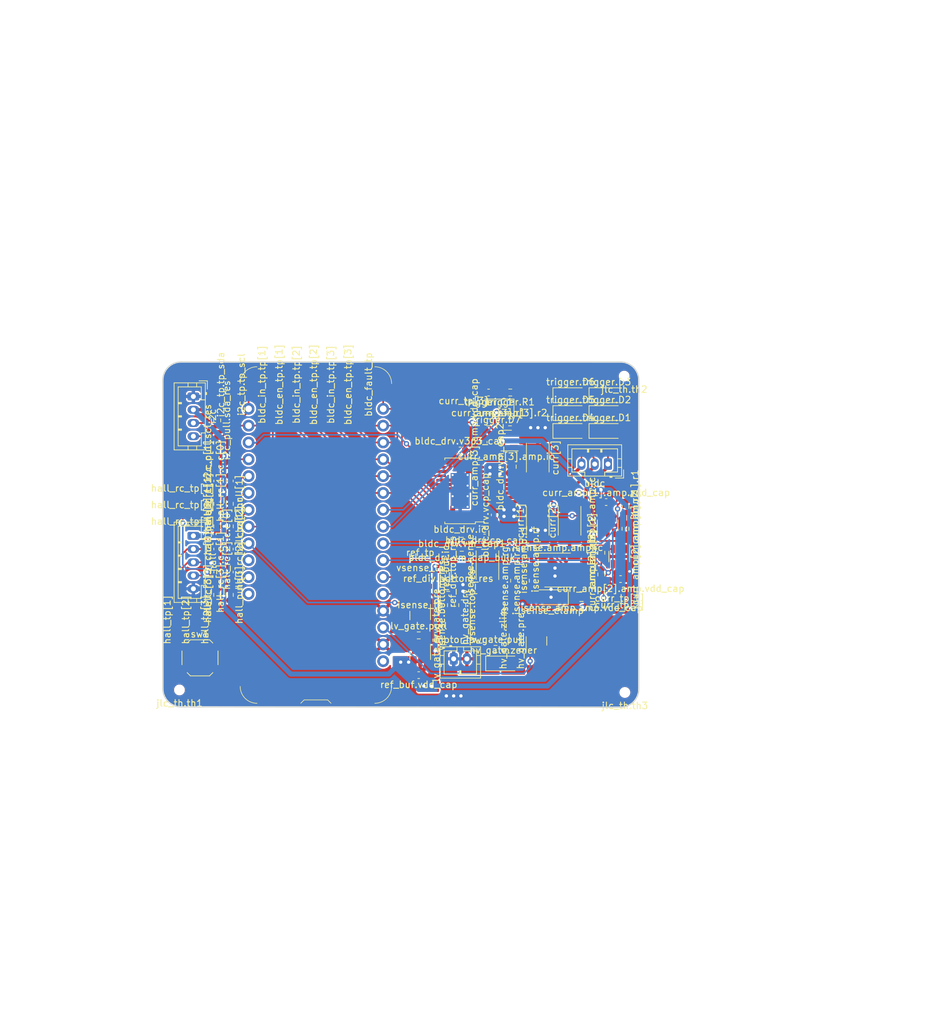
<source format=kicad_pcb>
(kicad_pcb (version 20221018) (generator pcbnew)
  (layers (0 "F.Cu" signal "Front") (31 "B.Cu" signal "Back") (34 "B.Paste" user) (35 "F.Paste" user) (36 "B.SilkS" user "B.Silkscreen") (37 "F.SilkS" user "F.Silkscreen") (38 "B.Mask" user) (39 "F.Mask" user) (44 "Edge.Cuts" user))
  (net 0 "")
  (net 1 "curr_amp[1].output")
  (net 2 "mcu.gpio.bldc_in_3")
  (net 3 "mcu.gpio.bldc_in_2")
  (net 4 "mcu.gpio.bldc_in_1")
  (net 5 "mcu.gpio.bldc_en_3")
  (net 6 "i2c_pull.i2c.scl")
  (net 7 "i2c_pull.i2c.sda")
  (net 8 "mcu.gpio.bldc_en_2")
  (net 9 "mcu.gpio.bldc_en_1")
  (net 10 "bldc_drv.nfault")
  (net 11 "curr_amp[2].output")
  (net 12 "ref_buf.output")
  (net 13 "isense.out")
  (net 14 "curr_amp[3].output")
  (net 15 "hall_pull[1].io")
  (net 16 "vsense.output")
  (net 17 "hall_rc[1].output")
  (net 18 "hall_rc[3].output")
  (net 19 "hall_pull[2].io")
  (net 20 "hall_pull[3].io")
  (net 21 "hall_rc[2].output")
  (net 22 "mcu.pwr_out")
  (net 23 "trigger.trigger_out")
  (net 24 "gnd")
  (net 25 "hv_gate.control")
  (net 26 "lv_gate.control")
  (net 27 "bldc_drv.nreset")
  (net 28 "sw1.out")
  (net 29 "curr[2].pwr_out")
  (net 30 "curr[1].pwr_out")
  (net 31 "curr[3].pwr_out")
  (net 32 "hv_gate.output")
  (net 33 "isense.pwr_out")
  (net 34 "hv_gate.pull.b")
  (net 35 "hv_gate.pre.drain")
  (net 36 "motor_pwr.pwr")
  (net 37 "lv_gate.output")
  (net 38 "ref_div.output")
  (net 39 "curr_amp[1].r2.a")
  (net 40 "curr_amp[2].r2.a")
  (net 41 "lv_gate.pre.drain")
  (net 42 "curr_amp[3].r2.a")
  (net 43 "isense.amp.r1.b")
  (net 44 "isense.amp.r2.b")
  (net 45 "trigger.D4.cathode")
  (net 46 "bldc_drv.cp_cap.neg")
  (net 47 "bldc_drv.cp_cap.pos")
  (net 48 "bldc_drv.vcp_cap.pos")
  (net 49 "trigger.bldc_phase_1")
  (net 50 "trigger.bldc_phase_2")
  (net 51 "trigger.bldc_phase_3")
  (net 52 "bldc_drv.ic.v3p3")
  (net 53 "mcu.vusb_out")
  (footprint "Resistor_SMD:R_0603_1608Metric" (layer "F.Cu") (at 122.425 113.5 -90)
    (fp_text reference "isense.amp.r1")
    (fp_text value "0603WAF1002T5E (UNI-ROYAL(Uniroyal Elec)) - ±1% 1/10W Thick Film Resistors 75V ±100ppm/℃ -55℃~+155℃ 10kΩ 0603 Chip Resistor - Surface Mount ROHS")
  )
  (footprint "Capacitor_SMD:C_0603_1608Metric" (layer "F.Cu") (at 79.5 101.65 90)
    (fp_text reference "hall_rc[1].c.c[0]")
    (fp_text value "0603B153K500NT (FH(Guangdong Fenghua Advanced Tech)) - 50V 15nF X7R ±10% 0603 Multilayer Ceramic Capacitors MLCC - SMD/SMT ROHS")
  )
  (footprint "Capacitor_SMD:C_0603_1608Metric" (layer "F.Cu") (at 138.5 116.4625 180)
    (fp_text reference "curr_amp[2].amp.vdd_cap")
    (fp_text value "CC0603KRX7R9BB104 (YAGEO) - 50V 100nF X7R ±10% 0603 Multilayer Ceramic Capacitors MLCC - SMD/SMT ROHS")
  )
  (footprint "Resistor_SMD:R_0603_1608Metric" (layer "F.Cu") (at 77.6 118.85 90)
    (fp_text reference "hall_rc[3].r")
    (fp_text value "0603WAF4701T5E (UNI-ROYAL(Uniroyal Elec)) - ±1% 1/10W Thick Film Resistors 75V ±100ppm/℃ -55℃~+155℃ 4.7kΩ 0603 Chip Resistor - Surface Mount ROHS")
  )
  (footprint "edg:TestPoint_TE_RCT_0805" (layer "F.Cu") (at 72.4 101.1 180)
    (fp_text reference "hall_rc_tp[1]")
    (fp_text value "5015 (Keystone) - _hall_rc[1]_output_link")
  )
  (footprint "Capacitor_SMD:C_0603_1608Metric" (layer "F.Cu") (at 77.6 115.4 90)
    (fp_text reference "hall_rc[3].c.c[0]")
    (fp_text value "0603B153K500NT (FH(Guangdong Fenghua Advanced Tech)) - 50V 15nF X7R ±10% 0603 Multilayer Ceramic Capacitors MLCC - SMD/SMT ROHS")
  )
  (footprint "Package_SO:SOIC-8_3.9x4.9mm_P1.27mm" (layer "F.Cu") (at 118.4 122.2 90)
    (fp_text reference "hv_gate.drv")
    (fp_text value "DMG4407SSS-13 (Diodes Incorporated) - 30V 9.9A 1.45W 11mΩ@20V,12A 3V@250μA P Channel SOIC-8_150mil MOSFETs ROHS")
  )
  (footprint "Resistor_SMD:R_0603_1608Metric" (layer "F.Cu") (at 79.5 108.5 -90)
    (fp_text reference "hall_rc[2].r")
    (fp_text value "0603WAF4701T5E (UNI-ROYAL(Uniroyal Elec)) - ±1% 1/10W Thick Film Resistors 75V ±100ppm/℃ -55℃~+155℃ 4.7kΩ 0603 Chip Resistor - Surface Mount ROHS")
  )
  (footprint "Resistor_SMD:R_0603_1608Metric" (layer "F.Cu") (at 79.5 105.1 -90)
    (fp_text reference "hall_pull[1]")
    (fp_text value "0603WAF4701T5E (UNI-ROYAL(Uniroyal Elec)) - ±1% 1/10W Thick Film Resistors 75V ±100ppm/℃ -55℃~+155℃ 4.7kΩ 0603 Chip Resistor - Surface Mount ROHS")
  )
  (footprint "Connector_JST:JST_PH_B5B-PH-K_1x05_P2.00mm_Vertical" (layer "F.Cu") (at 74 109.925 -90)
    (fp_text reference "hall")
    (fp_text value "B5B-PH-K (JST)")
  )
  (footprint "Capacitor_SMD:C_0603_1608Metric" (layer "F.Cu") (at 117.975 109.175 180)
    (fp_text reference "bldc_drv.cp_cap")
    (fp_text value "0603B103K500NT (FH(Guangdong Fenghua Advanced Tech)) - 50V 10nF X7R ±10% 0603 Multilayer Ceramic Capacitors MLCC - SMD/SMT ROHS")
  )
  (footprint "Resistor_SMD:R_0603_1608Metric" (layer "F.Cu") (at 124.2 113.5 -90)
    (fp_text reference "isense.amp.rf")
    (fp_text value "0603WAF1003T5E (UNI-ROYAL(Uniroyal Elec)) - ±1% 1/10W Thick Film Resistors 75V ±100ppm/℃ -55℃~+155℃ 100kΩ 0603 Chip Resistor - Surface Mount ROHS")
  )
  (footprint "edg:TestPoint_TE_RCT_0805" (layer "F.Cu") (at 86 87.1 90)
    (fp_text reference "bldc_in_tp.tp[1]")
    (fp_text value "5015 (Keystone) - _mcu_gpio_bldc_in_link.1")
  )
  (footprint "Capacitor_SMD:C_0805_2012Metric" (layer "F.Cu") (at 132.6 119.1 180)
    (fp_text reference "isense.amp.amp.vdd_cap")
    (fp_text value "CL21B104KCFNNNE (Samsung Electro-Mechanics) - 100V 100nF X7R ±10% 0805 Multilayer Ceramic Capacitors MLCC - SMD/SMT ROHS")
  )
  (footprint "Resistor_SMD:R_0603_1608Metric" (layer "F.Cu") (at 118.5375 92.8)
    (fp_text reference "curr_amp[3].r1")
    (fp_text value "0603WAF3903T5E (UNI-ROYAL(Uniroyal Elec)) - ±1% 1/10W Thick Film Resistors 75V ±100ppm/℃ -55℃~+155℃ 390kΩ 0603 Chip Resistor - Surface Mount ROHS")
  )
  (footprint "edg:TestPoint_TE_RCT_0805" (layer "F.Cu") (at 72.4 106.1 180)
    (fp_text reference "hall_rc_tp[3]")
    (fp_text value "5015 (Keystone) - _hall_rc[3]_output_link")
  )
  (footprint "Resistor_SMD:R_0603_1608Metric" (layer "F.Cu") (at 112.475 117.8)
    (fp_text reference "ref_div.bottom_res")
    (fp_text value "0603WAF1003T5E (UNI-ROYAL(Uniroyal Elec)) - ±1% 1/10W Thick Film Resistors 75V ±100ppm/℃ -55℃~+155℃ 100kΩ 0603 Chip Resistor - Surface Mount ROHS")
  )
  (footprint "Capacitor_SMD:C_0603_1608Metric" (layer "F.Cu") (at 79.5 115.4 90)
    (fp_text reference "hall_rc[3].c.c[1]")
    (fp_text value "0603B153K500NT (FH(Guangdong Fenghua Advanced Tech)) - 50V 15nF X7R ±10% 0603 Multilayer Ceramic Capacitors MLCC - SMD/SMT ROHS")
  )
  (footprint "Resistor_SMD:R_0603_1608Metric" (layer "F.Cu") (at 119.625 127)
    (fp_text reference "hv_gate.pull")
    (fp_text value "0603WAF1002T5E (UNI-ROYAL(Uniroyal Elec)) - ±1% 1/10W Thick Film Resistors 75V ±100ppm/℃ -55℃~+155℃ 10kΩ 0603 Chip Resistor - Surface Mount ROHS")
  )
  (footprint "edg:TestPoint_TE_RCT_0805" (layer "F.Cu") (at 99 87.1 90)
    (fp_text reference "bldc_en_tp.tp[3]")
    (fp_text value "5015 (Keystone) - _mcu_gpio_bldc_en_link.3")
  )
  (footprint "Resistor_SMD:R_2512_6332Metric" (layer "F.Cu") (at 130.8 107.6625 90)
    (fp_text reference "curr[2]")
    (fp_text value "25121WJ050LT4E (UNI-ROYAL(Uniroyal Elec)) - ±5% 1W Thick Film Resistors 200V ±800ppm/℃ -55℃~+155℃ 50mΩ 2512 Chip Resistor - Surface Mount ROHS")
  )
  (footprint "Capacitor_SMD:C_0805_2012Metric" (layer "F.Cu") (at 114.525 111.525 180)
    (fp_text reference "bldc_drv.vm_cap_bulk")
    (fp_text value "GRM21BR61H106KE43L (Murata Electronics) - 50V 10uF X5R ±10% 0805 Multilayer Ceramic Capacitors MLCC - SMD/SMT ROHS")
  )
  (footprint "Capacitor_SMD:C_0603_1608Metric" (layer "F.Cu") (at 77.6 111.925 -90)
    (fp_text reference "hall_rc[2].c.c[0]")
    (fp_text value "0603B153K500NT (FH(Guangdong Fenghua Advanced Tech)) - 50V 15nF X7R ±10% 0603 Multilayer Ceramic Capacitors MLCC - SMD/SMT ROHS")
  )
  (footprint "edg:TestPoint_TE_RCT_0805" (layer "F.Cu") (at 108.25 118.7 180)
    (fp_text reference "isense_tp")
    (fp_text value "5015 (Keystone) - _isense_out_link")
  )
  (footprint "Capacitor_SMD:C_0603_1608Metric" (layer "F.Cu") (at 117.8375 95.8 90)
    (fp_text reference "curr_amp[3].amp.vdd_cap")
    (fp_text value "CC0603KRX7R9BB104 (YAGEO) - 50V 100nF X7R ±10% 0603 Multilayer Ceramic Capacitors MLCC - SMD/SMT ROHS")
  )
  (footprint "Diode_SMD:D_MiniMELF" (layer "F.Cu") (at 136.4 91.4)
    (fp_text reference "trigger.D2")
    (fp_text value "LL4148 (ST(Semtech)) - 75V +175℃@(Tj) 500mW 1V@10mA 4ns 5μA@75V 200mA LL-34 Switching Diode ROHS")
  )
  (footprint "Package_SO:SOIC-8_3.9x4.9mm_P1.27mm" (layer "F.Cu") (at 129 115.1)
    (fp_text reference "isense.amp.amp.ic")
    (fp_text value "OPA197IDR (Texas Instruments)")
  )
  (footprint "Capacitor_SMD:C_0603_1608Metric" (layer "F.Cu") (at 108.025 130.9625 180)
    (fp_text reference "ref_buf.vdd_cap")
    (fp_text value "CC0603KRX7R9BB104 (YAGEO) - 50V 100nF X7R ±10% 0603 Multilayer Ceramic Capacitors MLCC - SMD/SMT ROHS")
  )
  (footprint "Package_TO_SOT_SMD:SOT-23-5" (layer "F.Cu") (at 138.3 113.0625 -90)
    (fp_text reference "curr_amp[2].amp.ic")
    (fp_text value "LMV321 (Texas Instruments)")
  )
  (footprint "edg:TestPoint_TE_RCT_0805" (layer "F.Cu") (at 82.9 87.1 90)
    (fp_text reference "i2c_tp.tp_scl")
    (fp_text value "5015 (Keystone) - _mcu_i2c_i2c_link.scl")
  )
  (footprint "Resistor_SMD:R_0603_1608Metric" (layer "F.Cu") (at 111.7 115.375 -90)
    (fp_text reference "ref_div.top_res")
    (fp_text value "0603WAF1203T5E (UNI-ROYAL(Uniroyal Elec)) - ±1% 1/10W Thick Film Resistors 75V ±100ppm/℃ -55℃~+155℃ 120kΩ 0603 Chip Resistor - Surface Mount ROHS")
  )
  (footprint "edg:TestPoint_TE_RCT_0805" (layer "F.Cu") (at 108.25 116.4)
    (fp_text reference "vsense_tp")
    (fp_text value "5015 (Keystone) - _vsense_output_link")
  )
  (footprint "edg:TestPoint_TE_RCT_0805" (layer "F.Cu") (at 72.4 103.6 180)
    (fp_text reference "hall_rc_tp[2]")
    (fp_text value "5015 (Keystone) - _hall_rc[2]_output_link")
  )
  (footprint "Connector_JST:JST_PH_B3B-PH-K_1x03_P2.00mm_Vertical" (layer "F.Cu") (at 136.6 99.1 180)
    (fp_text reference "bldc")
    (fp_text value "B3B-PH-K (JST)")
  )
  (footprint "edg:TestPoint_TE_RCT_0805" (layer "F.Cu") (at 77.4 122.6 90)
    (fp_text reference "hall_tp[3]")
    (fp_text value "5015 (Keystone) - _hall_phases_3_link")
  )
  (footprint "Capacitor_SMD:C_0603_1608Metric" (layer "F.Cu") (at 79.5 111.925 -90)
    (fp_text reference "hall_rc[2].c.c[1]")
    (fp_text value "0603B153K500NT (FH(Guangdong Fenghua Advanced Tech)) - 50V 15nF X7R ±10% 0603 Multilayer Ceramic Capacitors MLCC - SMD/SMT ROHS")
  )
  (footprint "edg:TestPoint_TE_RCT_0805" (layer "F.Cu") (at 88.6 87.1 90)
    (fp_text reference "bldc_en_tp.tp[1]")
    (fp_text value "5015 (Keystone) - _mcu_gpio_bldc_en_link.1")
  )
  (footprint "Package_SO:HTSSOP-28-1EP_4.4x9.7mm_P0.65mm_EP2.85x5.4mm_ThermalVias" (layer "F.Cu") (at 114.275 103.15 180)
    (fp_text reference "bldc_drv.ic")
    (fp_text value "DRV8313PWP (Texas Instruments)")
  )
  (footprint "Resistor_SMD:R_0603_1608Metric" (layer "F.Cu") (at 135.6 115.7625 90)
    (fp_text reference "curr_amp[2].r1")
    (fp_text value "0603WAF3903T5E (UNI-ROYAL(Uniroyal Elec)) - ±1% 1/10W Thick Film Resistors 75V ±100ppm/℃ -55℃~+155℃ 390kΩ 0603 Chip Resistor - Surface Mount ROHS")
  )
  (footprint "edg:TestPoint_TE_RCT_0805" (layer "F.Cu") (at 71.7 122.6 90)
    (fp_text reference "hall_tp[1]")
    (fp_text value "5015 (Keystone) - _hall_phases_1_link")
  )
  (footprint "edg:TestPoint_TE_RCT_0805" (layer "F.Cu") (at 96.4 87.1 90)
    (fp_text reference "bldc_in_tp.tp[3]")
    (fp_text value "5015 (Keystone) - _mcu_gpio_bldc_in_link.3")
  )
  (footprint "Resistor_SMD:R_2512_6332Metric" (layer "F.Cu") (at 126 107.6625 90)
    (fp_text reference "curr[1]")
    (fp_text value "25121WJ050LT4E (UNI-ROYAL(Uniroyal Elec)) - ±5% 1W Thick Film Resistors 200V ±800ppm/℃ -55℃~+155℃ 50mΩ 2512 Chip Resistor - Surface Mount ROHS")
  )
  (footprint "edg:TestPoint_TE_RCT_0805" (layer "F.Cu") (at 93.8 87.1 90)
    (fp_text reference "bldc_en_tp.tp[2]")
    (fp_text value "5015 (Keystone) - _mcu_gpio_bldc_en_link.2")
  )
  (footprint "Package_TO_SOT_SMD:SOT-23" (layer "F.Cu") (at 108.25 127.9625 -90)
    (fp_text reference "lv_gate.drv")
    (fp_text value "SI2301CDS-T1-GE3 (Vishay Intertech) - 20V 3.1A 860mW 112mΩ@4.5V,2.8A 1V@250μA P Channel SOT-23(SOT-23-3) MOSFETs ROHS")
  )
  (footprint "edg:TestPoint_TE_RCT_0805" (layer "F.Cu") (at 138.35 121)
    (fp_text reference "curr_tp[1]")
    (fp_text value "5015 (Keystone) - _curr_amp[1]_output_link")
  )
  (footprint "Diode_SMD:D_MiniMELF" (layer "F.Cu") (at 120.8 129.2)
    (fp_text reference "hv_gate.zener")
    (fp_text value "ZMM5245B_R1_10001 (PANJIT International) - 100nA@11V 16Ω Single 14.25V~15.75V 500mW 15V LL-34 Zener Diodes ROHS")
  )
  (footprint "Resistor_SMD:R_0603_1608Metric" (layer "F.Cu") (at 112.9 120.4 90)
    (fp_text reference "vsense.bottom_res")
    (fp_text value "0603WAF1002T5E (UNI-ROYAL(Uniroyal Elec)) - ±1% 1/10W Thick Film Resistors 75V ±100ppm/℃ -55℃~+155℃ 10kΩ 0603 Chip Resistor - Surface Mount ROHS")
  )
  (footprint "edg:TestPoint_TE_RCT_0805" (layer "F.Cu") (at 79.8 87.1 90)
    (fp_text reference "i2c_tp.tp_sda")
    (fp_text value "5015 (Keystone) - i2c_tp._io_sda_link")
  )
  (footprint "edg:TestPoint_TE_RCT_0805" (layer "F.Cu") (at 102.1 87.1 90)
    (fp_text reference "bldc_fault_tp")
    (fp_text value "5015 (Keystone) - _mcu_gpio_bldc_fault_link")
  )
  (footprint "edg:TestPoint_TE_RCT_0805" (layer "F.Cu") (at 114.8 91.2)
    (fp_text reference "curr_tp[3]")
    (fp_text value "5015 (Keystone) - _curr_amp[3]_output_link")
  )
  (footprint "Resistor_SMD:R_1206_3216Metric" (layer "F.Cu") (at 122.6 125.4375 90)
    (fp_text reference "hv_gate.zlim")
    (fp_text value "1206W4F1001T5 (UNI-ROYAL(Uniroyal Elec)) - ±1% 1/4W Thick Film Resistors 200V -55℃~+155℃ 1kΩ 1206 Chip Resistor - Surface Mount ROHS")
  )
  (footprint "Resistor_SMD:R_0603_1608Metric" (layer "F.Cu") (at 114.6 120.4 -90)
    (fp_text reference "vsense.top_res")
    (fp_text value "0603WAF6802T5E (UNI-ROYAL(Uniroyal Elec)) - ±1% 1/10W Thick Film Resistors 75V ±100ppm/℃ -55℃~+155℃ 68kΩ 0603 Chip Resistor - Surface Mount ROHS")
  )
  (footprint "Package_TO_SOT_SMD:SOT-23-5" (layer "F.Cu") (at 114.5 114.8 90)
    (fp_text reference "ref_buf.ic")
    (fp_text value "LMV321 (Texas Instruments)")
  )
  (footprint "Resistor_SMD:R_0603_1608Metric" (layer "F.Cu") (at 121.85 88.3 180)
    (fp_text reference "trigger.R1")
    (fp_text value "0603WAF2003T5E (UNI-ROYAL(Uniroyal Elec)) - ±1% 1/10W Thick Film Resistors 75V ±100ppm/℃ -55℃~+155℃ 200kΩ 0603 Chip Resistor - Surface Mount ROHS")
  )
  (footprint "Resistor_SMD:R_0603_1608Metric" (layer "F.Cu") (at 139.25 105.5625 -90)
    (fp_text reference "curr_amp[1].r1")
    (fp_text value "0603WAF3903T5E (UNI-ROYAL(Uniroyal Elec)) - ±1% 1/10W Thick Film Resistors 75V ±100ppm/℃ -55℃~+155℃ 390kΩ 0603 Chip Resistor - Surface Mount ROHS")
  )
  (footprint "Capacitor_SMD:C_0603_1608Metric" (layer "F.Cu") (at 119.5 106.775 90)
    (fp_text reference "bldc_drv.vcp_cap")
    (fp_text value "CC0603KRX7R9BB104 (YAGEO) - 50V 100nF X7R ±10% 0603 Multilayer Ceramic Capacitors MLCC - SMD/SMT ROHS")
  )
  (footprint "Resistor_SMD:R_0603_1608Metric" (layer "F.Cu") (at 122.425 116.7 90)
    (fp_text reference "isense.amp.rg")
    (fp_text value "0603WAF1003T5E (UNI-ROYAL(Uniroyal Elec)) - ±1% 1/10W Thick Film Resistors 75V ±100ppm/℃ -55℃~+155℃ 100kΩ 0603 Chip Resistor - Surface Mount ROHS")
  )
  (footprint "edg:TestPoint_TE_RCT_0805" (layer "F.Cu") (at 91.2 87.1 90)
    (fp_text reference "bldc_in_tp.tp[2]")
    (fp_text value "5015 (Keystone) - _mcu_gpio_bldc_in_link.2")
  )
  (footprint "edg:TestPoint_TE_RCT_0805" (layer "F.Cu") (at 74.5 122.6 90)
    (fp_text reference "hall_tp[2]")
    (fp_text value "5015 (Keystone) - _hall_phases_2_link")
  )
  (footprint "bldc:FEATHERWING_NODIM" (layer "F.Cu") (at 103.93 135.21 90)
    (fp_text reference "mcu" hide)
    (fp_text value "Feather nRF52840 Express (Adafruit)" hide)
  )
  (footprint "Diode_SMD:D_MiniMELF" (layer "F.Cu") (at 130.95 88.7)
    (fp_text reference "trigger.D6")
    (fp_text value "LL4148 (ST(Semtech)) - 75V +175℃@(Tj) 500mW 1V@10mA 4ns 5μA@75V 200mA LL-34 Switching Diode ROHS")
  )
  (footprint "Resistor_SMD:R_0603_1608Metric" (layer "F.Cu") (at 77.6 105.1 90)
    (fp_text reference "hall_rc[1].r")
    (fp_text value "0603WAF4701T5E (UNI-ROYAL(Uniroyal Elec)) - ±1% 1/10W Thick Film Resistors 75V ±100ppm/℃ -55℃~+155℃ 4.7kΩ 0603 Chip Resistor - Surface Mount ROHS")
  )
  (footprint "Resistor_SMD:R_0603_1608Metric" (layer "F.Cu") (at 79.5 118.85 -90)
    (fp_text reference "hall_pull[3]")
    (fp_text value "0603WAF4701T5E (UNI-ROYAL(Uniroyal Elec)) - ±1% 1/10W Thick Film Resistors 75V ±100ppm/℃ -55℃~+155℃ 4.7kΩ 0603 Chip Resistor - Surface Mount ROHS")
  )
  (footprint "Diode_SMD:D_MiniMELF" (layer "F.Cu") (at 127.95 119.2 180)
    (fp_text reference "isense_clamp")
    (fp_text value "ZMM3V0-M (ST(Semtech)) - 4μA@1V 85Ω Single 2.8V~3.2V 500mW 3V LL-34 Zener Diodes ROHS")
  )
  (footprint "Capacitor_SMD:C_0805_2012Metric" (layer "F.Cu") (at 122 99.5 90)
    (fp_text reference "bldc_drv.vm_cap2")
    (fp_text value "CL21B104KCFNNNE (Samsung Electro-Mechanics) - 100V 100nF X7R ±10% 0805 Multilayer Ceramic Capacitors MLCC - SMD/SMT ROHS")
  )
  (footprint "Diode_SMD:D_MiniMELF" (layer "F.Cu") (at 136.4 88.7)
    (fp_text reference "trigger.D3")
    (fp_text value "LL4148 (ST(Semtech)) - 75V +175℃@(Tj) 500mW 1V@10mA 4ns 5μA@75V 200mA LL-34 Switching Diode ROHS")
  )
  (footprint "edg:JlcToolingHole_1.152mm" (layer "F.Cu") (at 139.050001 85.825001)
    (fp_text reference "jlc_th.th2")
    (fp_text value "")
  )
  (footprint "Package_TO_SOT_SMD:SOT-23" (layer "F.Cu") (at 108.25 121.9625 -90)
    (fp_text reference "lv_gate.pre")
    (fp_text value "2N7002 (Changjiang Electronics Tech (CJ)) - 60V 115mA 200mW 7.5Ω@10V,500mA 2.5V@250μA N Channel SOT-23(SOT-23-3) MOSFETs ROHS")
  )
  (footprint "Connector_JST:JST_PH_B2B-PH-K_1x02_P2.00mm_Vertical" (layer "F.Cu") (at 113.3 128.5)
    (fp_text reference "motor_pwr")
    (fp_text value "B2B-PH-K (JST)")
  )
  (footprint "Diode_SMD:D_MiniMELF" (layer "F.Cu") (at 136.4 94.1)
    (fp_text reference "trigger.D1")
    (fp_text value "LL4148 (ST(Semtech)) - 75V +175℃@(Tj) 500mW 1V@10mA 4ns 5μA@75V 200mA LL-34 Switching Diode ROHS")
  )
  (footprint "edg:JlcToolingHole_1.152mm" (layer "F.Cu") (at 71.9 133.2)
    (fp_text reference "jlc_th.th1")
    (fp_text value "")
  )
  (footprint "Button_Switch_SMD:SW_SPST_SKQG_WithoutStem" (layer "F.Cu") (at 75 128.35)
    (fp_text reference "sw1")
    (fp_text value "5.1mm switch")
  )
  (footprint "Package_TO_SOT_SMD:SOT-23-5" (layer "F.Cu") (at 136.55 108.3375 90)
    (fp_text reference "curr_amp[1].amp.ic")
    (fp_text value "LMV321 (Texas Instruments)")
  )
  (footprint "Resistor_SMD:R_0603_1608Metric" (layer "F.Cu") (at 121.8125 92.8)
    (fp_text reference "curr_amp[3].r2")
    (fp_text value "0603WAF2002T5E (UNI-ROYAL(Uniroyal Elec)) - ±1% 1/10W Thick Film Resistors 75V ±100ppm/℃ -55℃~+155℃ 20kΩ 0603 Chip Resistor - Surface Mount ROHS")
  )
  (footprint "Resistor_SMD:R_2512_6332Metric" (layer "F.Cu") (at 118.4 114.3625 90)
    (fp_text reference "isense.sense")
    (fp_text value "RTT25R050FTE (RALEC) - ±1% 1W Thick Film Resistors 200V ±500ppm/℃ -55℃~+155℃ 0.05Ω 2512 Chip Resistor - Surface Mount ROHS")
  )
  (footprint "Resistor_SMD:R_0603_1608Metric" (layer "F.Cu") (at 77.6 92.5 -90)
    (fp_text reference "i2c_pull.sda_res")
    (fp_text value "0603WAF4701T5E (UNI-ROYAL(Uniroyal Elec)) - ±1% 1/10W Thick Film Resistors 75V ±100ppm/℃ -55℃~+155℃ 4.7kΩ 0603 Chip Resistor - Surface Mount ROHS")
  )
  (footprint "Resistor_SMD:R_0603_1608Metric" (layer "F.Cu") (at 77.6 95.875 90)
    (fp_text reference "i2c_pull.scl_res")
    (fp_text value "0603WAF4701T5E (UNI-ROYAL(Uniroyal Elec)) - ±1% 1/10W Thick Film Resistors 75V ±100ppm/℃ -55℃~+155℃ 4.7kΩ 0603 Chip Resistor - Surface Mount ROHS")
  )
  (footprint "Connector_JST:JST_PH_B4B-PH-K_1x04_P2.00mm_Vertical" (layer "F.Cu") (at 74 88.9 -90)
    (fp_text reference "i2c")
    (fp_text value "B4B-PH-K (JST)")
  )
  (footprint "Package_TO_SOT_SMD:SOT-23-5" (layer "F.Cu") (at 121.2375 95.55 180)
    (fp_text reference "curr_amp[3].amp.ic")
    (fp_text value "LMV321 (Texas Instruments)")
  )
  (footprint "Diode_SMD:D_MiniMELF" (layer "F.Cu") (at 130.95 91.4)
    (fp_text reference "trigger.D5")
    (fp_text value "LL4148 (ST(Semtech)) - 75V +175℃@(Tj) 500mW 1V@10mA 4ns 5μA@75V 200mA LL-34 Switching Diode ROHS")
  )
  (footprint "edg:JlcToolingHole_1.152mm" (layer "F.Cu") (at 139.15 133.575)
    (fp_text reference "jlc_th.th3")
    (fp_text value "")
  )
  (footprint "Capacitor_SMD:C_0603_1608Metric" (layer "F.Cu") (at 136.325 104.8375)
    (fp_text reference "curr_amp[1].amp.vdd_cap")
    (fp_text value "CC0603KRX7R9BB104 (YAGEO) - 50V 100nF X7R ±10% 0603 Multilayer Ceramic Capacitors MLCC - SMD/SMT ROHS")
  )
  (footprint "Resistor_SMD:R_0603_1608Metric" (layer "F.Cu") (at 135.6 112.4875 90)
    (fp_text reference "curr_amp[2].r2")
    (fp_text value "0603WAF2002T5E (UNI-ROYAL(Uniroyal Elec)) - ±1% 1/10W Thick Film Resistors 75V ±100ppm/℃ -55℃~+155℃ 20kΩ 0603 Chip Resistor - Surface Mount ROHS")
  )
  (footprint "Resistor_SMD:R_0603_1608Metric" (layer "F.Cu") (at 108.025 124.9625)
    (fp_text reference "lv_gate.pull")
    (fp_text value "0603WAF1002T5E (UNI-ROYAL(Uniroyal Elec)) - ±1% 1/10W Thick Film Resistors 75V ±100ppm/℃ -55℃~+155℃ 10kΩ 0603 Chip Resistor - Surface Mount ROHS")
  )
  (footprint "Resistor_SMD:R_0603_1608Metric" (layer "F.Cu") (at 139.25 108.8625 -90)
    (fp_text reference "curr_amp[1].r2")
    (fp_text value "0603WAF2002T5E (UNI-ROYAL(Uniroyal Elec)) - ±1% 1/10W Thick Film Resistors 75V ±100ppm/℃ -55℃~+155℃ 20kΩ 0603 Chip Resistor - Surface Mount ROHS")
  )
  (footprint "Resistor_SMD:R_2512_6332Metric" (layer "F.Cu") (at 125.997119 98.125 -90)
    (fp_text reference "curr[3]")
    (fp_text value "25121WJ050LT4E (UNI-ROYAL(Uniroyal Elec)) - ±5% 1W Thick Film Resistors 200V ±800ppm/℃ -55℃~+155℃ 50mΩ 2512 Chip Resistor - Surface Mount ROHS")
  )
  (footprint "edg:TestPoint_TE_RCT_0805" (layer "F.Cu") (at 138.35 118.7 180)
    (fp_text reference "curr_tp[2]")
    (fp_text value "5015 (Keystone) - _curr_amp[2]_output_link")
  )
  (footprint "Package_TO_SOT_SMD:SOT-23" (layer "F.Cu") (at 125.8 125.8 90)
    (fp_text reference "hv_gate.pre")
    (fp_text value "2N7002 (Changjiang Electronics Tech (CJ)) - 60V 115mA 200mW 7.5Ω@10V,500mA 2.5V@250μA N Channel SOT-23(SOT-23-3) MOSFETs ROHS")
  )
  (footprint "Diode_SMD:D_MiniMELF" (layer "F.Cu") (at 119.75 90.4 180)
    (fp_text reference "trigger.D7")
    (fp_text value "TCLLZ3V6TR (Tak Cheong) - 10μA@1V ±5% 100Ω Single 500mW 3.6V LL34 Zener Diodes ROHS")
  )
  (footprint "edg:TestPoint_TE_RCT_0805" (layer "F.Cu") (at 108.25 114.1)
    (fp_text reference "ref_tp")
    (fp_text value "5015 (Keystone) - _ref_buf_output_link")
  )
  (footprint "Resistor_SMD:R_0603_1608Metric" (layer "F.Cu") (at 77.6 108.5 90)
    (fp_text reference "hall_pull[2]")
    (fp_text value "0603WAF4701T5E (UNI-ROYAL(Uniroyal Elec)) - ±1% 1/10W Thick Film Resistors 75V ±100ppm/℃ -55℃~+155℃ 4.7kΩ 0603 Chip Resistor - Surface Mount ROHS")
  )
  (footprint "Capacitor_SMD:C_0603_1608Metric" (layer "F.Cu") (at 118.575 88.3 180)
    (fp_text reference "trigger.C1")
    (fp_text value "CC0603KRX7R9BB104 (YAGEO) - 50V 100nF X7R ±10% 0603 Multilayer Ceramic Capacitors MLCC - SMD/SMT ROHS")
  )
  (footprint "Capacitor_SMD:C_0603_1608Metric" (layer "F.Cu") (at 77.6 101.65 90)
    (fp_text reference "hall_rc[1].c.c[1]")
    (fp_text value "0603B153K500NT (FH(Guangdong Fenghua Advanced Tech)) - 50V 15nF X7R ±10% 0603 Multilayer Ceramic Capacitors MLCC - SMD/SMT ROHS")
  )
  (footprint "Diode_SMD:D_MiniMELF" (layer "F.Cu") (at 130.95 94.1)
    (fp_text reference "trigger.D4")
    (fp_text value "LL4148 (ST(Semtech)) - 75V +175℃@(Tj) 500mW 1V@10mA 4ns 5μA@75V 200mA LL-34 Switching Diode ROHS")
  )
  (footprint "Capacitor_SMD:C_0805_2012Metric" (layer "F.Cu") (at 114.525 109.425 180)
    (fp_text reference "bldc_drv.vm_cap1")
    (fp_text value "CL21B104KCFNNNE (Samsung Electro-Mechanics) - 100V 100nF X7R ±10% 0805 Multilayer Ceramic Capacitors MLCC - SMD/SMT ROHS")
  )
  (footprint "Resistor_SMD:R_0603_1608Metric" (layer "F.Cu") (at 124.2 116.7 90)
    (fp_text reference "isense.amp.r2")
    (fp_text value "0603WAF1002T5E (UNI-ROYAL(Uniroyal Elec)) - ±1% 1/10W Thick Film Resistors 75V ±100ppm/℃ -55℃~+155℃ 10kΩ 0603 Chip Resistor - Surface Mount ROHS")
  )
  (footprint "Capacitor_SMD:C_0603_1608Metric" (layer "F.Cu") (at 114.25 97.05)
    (fp_text reference "bldc_drv.v3p3_cap")
    (fp_text value "CL10B474KA8NNNC (Samsung Electro-Mechanics) - 25V 470nF X7R ±10% 0603 Multilayer Ceramic Capacitors MLCC - SMD/SMT ROHS")
  )
  (gr_arc (start 138.5 83.7) (mid 140.444544 84.505456) (end 141.25 86.45) (stroke (width 0.2)) (layer "Edge.Cuts"))
  (gr_arc (start 72.15 135.75) (mid 70.205456 134.944544) (end 69.4 133) (stroke (width 0.2)) (layer "Edge.Cuts"))
  (gr_line (start 69.394544 86.444544) (end 69.4 133) (stroke (width 0.2)) (layer "Edge.Cuts"))
  (gr_line (start 72.15 135.75) (end 138.5 135.8) (stroke (width 0.2)) (layer "Edge.Cuts"))
  (gr_arc (start 69.394544 86.444544) (mid 70.2 84.5) (end 72.144544 83.694544) (stroke (width 0.2)) (layer "Edge.Cuts"))
  (gr_line (start 72.144544 83.694544) (end 138.5 83.7) (stroke (width 0.2)) (layer "Edge.Cuts"))
  (gr_line (start 141.25 86.45) (end 141.25 133.05) (stroke (width 0.2)) (layer "Edge.Cuts"))
  (gr_arc (start 141.25 133.05) (mid 140.444544 134.994544) (end 138.5 135.8) (stroke (width 0.2)) (layer "Edge.Cuts"))
  (segment (start 137.5 107.2) (end 137.65 107.2) (width 0.25) (layer "F.Cu") (net 1))
  (segment (start 138.05 105.3) (end 138.05 105.8625) (width 0.25) (layer "F.Cu") (net 1))
  (segment (start 139.25 104.7375) (end 138.6125 104.7375) (width 0.25) (layer "F.Cu") (net 1))
  (segment (start 135.95 119.3) (end 135.95 120.5) (width 0.25) (layer "F.Cu") (net 1))
  (segment (start 136.45 121) (end 138.35 121) (width 0.25) (layer "F.Cu") (net 1))
  (segment (start 138.6125 104.7375) (end 138.05 105.3) (width 0.25) (layer "F.Cu") (net 1))
  (segment (start 138.05 106.8) (end 138.05 105.8625) (width 0.25) (layer "F.Cu") (net 1))
  (segment (start 137.65 107.2) (end 138.05 106.8) (width 0.25) (layer "F.Cu") (net 1))
  (segment (start 135.95 120.5) (end 136.45 121) (width 0.25) (layer "F.Cu") (net 1))
  (via (at 135.95 119.3) (size 0.8) (drill 0.4) (layers "F.Cu" "B.Cu") (net 1))
  (via (at 138.05 105.8625) (size 0.8) (drill 0.4) (layers "F.Cu" "B.Cu") (net 1))
  (segment (start 137.25 109.4) (end 137.325 109.475) (width 0.25) (layer "B.Cu") (net 1))
  (segment (start 135.57 111.08) (end 137.25 109.4) (width 0.25) (layer "B.Cu") (net 1))
  (segment (start 102.66 111.08) (end 135.57 111.08) (width 0.25) (layer "B.Cu") (net 1))
  (segment (start 137.25 109.4) (end 138.05 108.6) (width 0.25) (layer "B.Cu") (net 1))
  (segment (start 135.95 118.6) (end 135.95 119.3) (width 0.25) (layer "B.Cu") (net 1))
  (segment (start 137.325 109.475) (end 137.325 117.225) (width 0.25) (layer "B.Cu") (net 1))
  (segment (start 138.05 108.6) (end 138.05 105.8625) (width 0.25) (layer "B.Cu") (net 1))
  (segment (start 137.325 117.225) (end 135.95 118.6) (width 0.25) (layer "B.Cu") (net 1))
  (segment (start 109.825 104.125) (end 111.4125 104.125) (width 0.25) (layer "F.Cu") (net 2))
  (segment (start 102.66 95.84) (end 103.84 95.84) (width 0.25) (layer "F.Cu") (net 2))
  (segment (start 104.2 98.5) (end 109.825 104.125) (width 0.25) (layer "F.Cu") (net 2))
  (segment (start 103.84 95.84) (end 104.2 96.2) (width 0.25) (layer "F.Cu") (net 2))
  (segment (start 96.4 91.5) (end 96.4 87.1) (width 0.25) (layer "F.Cu") (net 2))
  (segment (start 100.74 95.84) (end 96.4 91.5) (width 0.25) (layer "F.Cu") (net 2))
  (segment (start 102.66 95.84) (end 100.74 95.84) (width 0.25) (layer "F.Cu") (net 2))
  (segment (start 104.2 96.2) (end 104.2 98.5) (width 0.25) (layer "F.Cu") (net 2))
  (segment (start 102.66 100.92) (end 99.82 100.92) (width 0.25) (layer "F.Cu") (net 3))
  (segment (start 91.2 92.3) (end 91.2 87.1) (width 0.25) (layer "F.Cu") (net 3))
  (segment (start 109.025 105.425) (end 111.4125 105.425) (width 0.25) (layer "F.Cu") (net 3))
  (segment (start 102.66 100.92) (end 104.52 100.92) (width 0.25) (layer "F.Cu") (net 3))
  (segment (start 99.82 100.92) (end 91.2 92.3) (width 0.25) (layer "F.Cu") (net 3))
  (segment (start 104.52 100.92) (end 109.025 105.425) (width 0.25) (layer "F.Cu") (net 3))
  (segment (start 86 108.54) (end 86 87.1) (width 0.25) (layer "F.Cu") (net 4))
  (segment (start 101.2 109.8) (end 104.6 109.8) (width 0.25) (layer "F.Cu") (net 4))
  (segment (start 99.94 108.54) (end 101.2 109.8) (width 0.25) (layer "F.Cu") (net 4))
  (segment (start 104.6 109.8) (end 107.675 106.725) (width 0.25) (layer "F.Cu") (net 4))
  (segment (start 85.7 108.54) (end 99.94 108.54) (width 0.25) (layer "F.Cu") (net 4))
  (segment (start 82.34 108.54) (end 85.7 108.54) (width 0.25) (layer "F.Cu") (net 4))
  (segment (start 85.7 108.54) (end 86 108.54) (width 0.25) (layer "F.Cu") (net 4))
  (segment (start 107.675 106.725) (end 111.4125 106.725) (width 0.25) (layer "F.Cu") (net 4))
  (segment (start 101.1 93.3) (end 99 91.2) (width 0.25) (layer "F.Cu") (net 5))
  (segment (start 110.075 103.475) (end 111.4125 103.475) (width 0.25) (layer "F.Cu") (net 5))
  (segment (start 104.8 94.1) (end 104.8 98.2) (width 0.25) (layer "F.Cu") (net 5))
  (segment (start 102.66 93.3) (end 104 93.3) (width 0.25) (layer "F.Cu") (net 5))
  (segment (start 99 91.2) (end 99 87.1) (width 0.25) (layer "F.Cu") (net 5))
  (segment (start 102.66 93.3) (end 101.1 93.3) (width 0.25) (layer "F.Cu") (net 5))
  (segment (start 104.8 98.2) (end 110.075 103.475) (width 0.25) (layer "F.Cu") (net 5))
  (segment (start 104 93.3) (end 104.8 94.1) (width 0.25) (layer "F.Cu") (net 5))
  (segment (start 82.9 87.1) (end 83 87.1) (width 0.25) (layer "F.Cu") (net 6))
  (segment (start 74 94.9) (end 75.8 94.9) (width 0.25) (layer "F.Cu") (net 6))
  (segment (start 75.95 95.05) (end 77.6 95.05) (width 0.25) (layer "F.Cu") (net 6))
  (segment (start 77.6 95.05) (end 78.25 95.05) (width 0.25) (layer "F.Cu") (net 6))
  (segment (start 80 93.3) (end 82.34 93.3) (width 0.25) (layer "F.Cu") (net 6))
  (segment (start 84 88.1) (end 84 92.7) (width 0.25) (layer "F.Cu") (net 6))
  (segment (start 84 92.7) (end 83.4 93.3) (width 0.25) (layer "F.Cu") (net 6))
  (segment (start 83 87.1) (end 84 88.1) (width 0.25) (layer "F.Cu") (net 6))
  (segment (start 75.8 94.9) (end 75.95 95.05) (width 0.25) (layer "F.Cu") (net 6))
  (segment (start 78.25 95.05) (end 80 93.3) (width 0.25) (layer "F.Cu") (net 6))
  (segment (start 83.4 93.3) (end 82.34 93.3) (width 0.25) (layer "F.Cu") (net 6))
  (segment (start 76.225 93.325) (end 77.6 93.325) (width 0.25) (layer "F.Cu") (net 7))
  (segment (start 79.6 92) (end 81.5 92) (width 0.25) (layer "F.Cu") (net 7))
  (segment (start 81.5 92) (end 82.34 91.16) (width 0.25) (layer "F.Cu") (net 7))
  (segment (start 82.34 91.16) (end 82.34 90.76) (width 0.25) (layer "F.Cu") (net 7))
  (segment (start 78.275 93.325) (end 79.6 92) (width 0.25) (layer "F.Cu") (net 7))
  (segment (start 80 87.1) (end 79.8 87.1) (width 0.25) (layer "F.Cu") (net 7))
  (segment (start 75.8 92.9) (end 76.225 93.325) (width 0.25) (layer "F.Cu") (net 7))
  (segment (start 77.6 93.325) (end 78.275 93.325) (width 0.25) (layer "F.Cu") (net 7))
  (segment (start 82.34 90.76) (end 82.34 89.44) (width 0.25) (layer "F.Cu") (net 7))
  (segment (start 82.34 89.44) (end 80 87.1) (width 0.25) (layer "F.Cu") (net 7))
  (segment (start 74 92.9) (end 75.8 92.9) (width 0.25) (layer "F.Cu") (net 7))
  (segment (start 109.375 104.775) (end 111.4125 104.775) (width 0.25) (layer "F.Cu") (net 8))
  (segment (start 100.28 98.38) (end 93.8 91.9) (width 0.25) (layer "F.Cu") (net 8))
  (segment (start 102.66 98.38) (end 102.98 98.38) (width 0.25) (layer "F.Cu") (net 8))
  (segment (start 102.98 98.38) (end 109.375 104.775) (width 0.25) (layer "F.Cu") (net 8))
  (segment (start 102.66 98.38) (end 100.28 98.38) (width 0.25) (layer "F.Cu") (net 8))
  (segment (start 93.8 91.9) (end 93.8 87.1) (width 0.25) (layer "F.Cu") (net 8))
  (segment (start 88.6 92.8) (end 88.6 87.1) (width 0.25) (layer "F.Cu") (net 9))
  (segment (start 106.01 103.46) (end 108.625 106.075) (width 0.25) (layer "F.Cu") (net 9))
  (segment (start 99.26 103.46) (end 88.6 92.8) (width 0.25) (layer "F.Cu") (net 9))
  (segment (start 108.625 106.075) (end 111.4125 106.075) (width 0.25) (layer "F.Cu") (net 9))
  (segment (start 102.66 103.46) (end 99.26 103.46) (width 0.25) (layer "F.Cu") (net 9))
  (segment (start 102.66 103.46) (end 106.01 103.46) (width 0.25) (layer "F.Cu") (net 9))
  (segment (start 105.5 96.3) (end 105.5 92) (width 0.25) (layer "F.Cu") (net 10))
  (segment (start 102.1 88.9) (end 102.1 87.1) (width 0.25) (layer "F.Cu") (net 10))
  (segment (start 102.66 90.76) (end 102.66 89.46) (width 0.25) (layer "F.Cu") (net 10))
  (segment (start 104.26 90.76) (end 102.66 90.76) (width 0.25) (layer "F.Cu") (net 10))
  (segment (start 110.075 100.875) (end 105.5 96.3) (width 0.25) (layer "F.Cu") (net 10))
  (segment (start 102.66 89.46) (end 102.1 88.9) (width 0.25) (layer "F.Cu") (net 10))
  (segment (start 111.4125 100.875) (end 110.075 100.875) (width 0.25) (layer "F.Cu") (net 10))
  (segment (start 105.5 92) (end 104.26 90.76) (width 0.25) (layer "F.Cu") (net 10))
  (segment (start 136.65 115.5375) (end 135.6 116.5875) (width 0.25) (layer "F.Cu") (net 11))
  (segment (start 135.6 116.5875) (end 135.6 117.35) (width 0.25) (layer "F.Cu") (net 11))
  (segment (start 135.6 117.35) (end 136.95 118.7) (width 0.25) (layer "F.Cu") (net 11))
  (segment (start 137.35 114.2) (end 137.35 114.8) (width 0.25) (layer "F.Cu") (net 11))
  (segment (start 136.65 115.5) (end 136.65 115.5375) (width 0.25) (layer "F.Cu") (net 11))
  (segment (start 136.95 118.7) (end 138.35 118.7) (width 0.25) (layer "F.Cu") (net 11))
  (segment (start 137.35 114.8) (end 136.65 115.5) (width 0.25) (layer "F.Cu") (net 11))
  (via (at 136.65 115.5) (size 0.8) (drill 0.4) (layers "F.Cu" "B.Cu") (net 11))
  (segment (start 134.77 113.62) (end 136.65 115.5) (width 0.25) (layer "B.Cu") (net 11))
  (segment (start 102.66 113.62) (end 134.77 113.62) (width 0.25) (layer "B.Cu") (net 11))
  (segment (start 109 115.4) (end 108.25 114.65) (width 0.25) (layer "F.Cu") (net 12))
  (segment (start 121.85 116.7) (end 122.2125 116.7) (width 0.25) (layer "F.Cu") (net 12))
  (segment (start 108.25 114.65) (end 108.25 114.1) (width 0.25) (layer "F.Cu") (net 12))
  (segment (start 122.425 116.9125) (end 122.425 117.525) (width 0.25) (layer "F.Cu") (net 12))
  (segment (start 113 114.8) (end 112.4 115.4) (width 0.25) (layer "F.Cu") (net 12))
  (segment (start 119.95 114.8) (end 121.85 116.7) (width 0.25) (layer "F.Cu") (net 12))
  (segment (start 122.2125 116.7) (end 122.425 116.9125) (width 0.25) (layer "F.Cu") (net 12))
  (segment (start 115.45 113.6625) (end 115.45 114.8) (width 0.25) (layer "F.Cu") (net 12))
  (segment (start 112.4 115.4) (end 109 115.4) (width 0.25) (layer "F.Cu") (net 12))
  (segment (start 115.45 114.8) (end 115.45 115.9375) (width 0.25) (layer "F.Cu") (net 12))
  (segment (start 115.45 114.8) (end 119.95 114.8) (width 0.25) (layer "F.Cu") (net 12))
  (segment (start 115.45 114.8) (end 113 114.8) (width 0.25) (layer "F.Cu") (net 12))
  (segment (start 111.8 122.3) (end 127.7 122.3) (width 0.25) (layer "F.Cu") (net 13))
  (segment (start 129.7 120.3) (end 129.7 119.2) (width 0.25) (layer "F.Cu") (net 13))
  (segment (start 110.5 121) (end 111.8 122.3) (width 0.25) (layer "F.Cu") (net 13))
  (segment (start 129.7 114.125) (end 129.7 119.2) (width 0.25) (layer "F.Cu") (net 13))
  (segment (start 125.325 112.4) (end 127.975 112.4) (width 0.25) (layer "F.Cu") (net 13))
  (segment (start 110.5 119.3) (end 110.5 121) (width 0.25) (layer "F.Cu") (net 13))
  (segment (start 102.66 118.7) (end 108.25 118.7) (width 0.25) (layer "F.Cu") (net 13))
  (segment (start 109.9 118.7) (end 110.5 119.3) (width 0.25) (layer "F.Cu") (net 13))
  (segment (start 127.7 122.3) (end 129.7 120.3) (width 0.25) (layer "F.Cu") (net 13))
  (segment (start 108.25 118.7) (end 109.9 118.7) (width 0.25) (layer "F.Cu") (net 13))
  (segment (start 124.2 112.675) (end 125.05 112.675) (width 0.25) (layer "F.Cu") (net 13))
  (segment (start 125.05 112.675) (end 125.325 112.4) (width 0.25) (layer "F.Cu") (net 13))
  (segment (start 127.975 112.4) (end 129.7 114.125) (width 0.25) (layer "F.Cu") (net 13))
  (segment (start 129.7 115.735) (end 131.475 115.735) (width 0.25) (layer "F.Cu") (net 13))
  (segment (start 115.4 92.8) (end 114.8 92.2) (width 0.25) (layer "F.Cu") (net 14))
  (segment (start 114.8 92.2) (end 114.8 91.2) (width 0.25) (layer "F.Cu") (net 14))
  (segment (start 116.1 92.8) (end 115.4 92.8) (width 0.25) (layer "F.Cu") (net 14))
  (segment (start 118.15 92.8) (end 119.95 94.6) (width 0.25) (layer "F.Cu") (net 14))
  (segment (start 119.95 94.6) (end 120.1 94.6) (width 0.25) (layer "F.Cu") (net 14))
  (segment (start 116.1 92.8) (end 118.15 92.8) (width 0.25) (layer "F.Cu") (net 14))
  (via (at 116.1 92.8) (size 0.8) (drill 0.4) (layers "F.Cu" "B.Cu") (net 14))
  (segment (start 116.1 95.6) (end 105.7 106) (width 0.25) (layer "B.Cu") (net 14))
  (segment (start 116.1 92.8) (end 116.1 95.6) (width 0.25) (layer "B.Cu") (net 14))
  (segment (start 105.7 106) (end 102.66 106) (width 0.25) (layer "B.Cu") (net 14))
  (segment (start 77.075 105.925) (end 75.9 107.1) (width 0.25) (layer "F.Cu") (net 15))
  (segment (start 71.7 113.3) (end 73.075 111.925) (width 0.25) (layer "F.Cu") (net 15))
  (segment (start 75.9 111.3) (end 75.275 111.925) (width 0.25) (layer "F.Cu") (net 15))
  (segment (start 77.6 105.925) (end 77.075 105.925) (width 0.25) (layer "F.Cu") (net 15))
  (segment (start 75.9 107.1) (end 75.9 111.3) (width 0.25) (layer "F.Cu") (net 15))
  (segment (start 71.7 122.6) (end 71.7 113.3) (width 0.25) (layer "F.Cu") (net 15))
  (segment (start 77.6 105.925) (end 79.5 105.925) (width 0.25) (layer "F.Cu") (net 15))
  (segment (start 75.275 111.925) (end 74 111.925) (width 0.25) (layer "F.Cu") (net 15))
  (segment (start 73.075 111.925) (end 74 111.925) (width 0.25) (layer "F.Cu") (net 15))
  (segment (start 111.2 118.9) (end 111.2 120.7) (width 0.25) (layer "F.Cu") (net 16))
  (segment (start 104.66 116.16) (end 102.66 116.16) (width 0.25) (layer "F.Cu") (net 16))
  (segment (start 110 116.4) (end 110.4 116.8) (width 0.25) (layer "F.Cu") (net 16))
  (segment (start 111.2 120.7) (end 111.725 121.225) (width 0.25) (layer "F.Cu") (net 16))
  (segment (start 110.4 116.8) (end 110.4 118.1) (width 0.25) (layer "F.Cu") (net 16))
  (segment (start 112.9 121.225) (end 114.6 121.225) (width 0.25) (layer "F.Cu") (net 16))
  (segment (start 110.4 118.1) (end 111.2 118.9) (width 0.25) (layer "F.Cu") (net 16))
  (segment (start 108.25 116.4) (end 110 116.4) (width 0.25) (layer "F.Cu") (net 16))
  (segment (start 108.25 116.4) (end 104.9 116.4) (width 0.25) (layer "F.Cu") (net 16))
  (segment (start 104.9 116.4) (end 104.66 116.16) (width 0.25) (layer "F.Cu") (net 16))
  (segment (start 111.725 121.225) (end 112.9 121.225) (width 0.25) (layer "F.Cu") (net 16))
  (segment (start 72.4 101.1) (end 74.9 101.1) (width 0.25) (layer "F.Cu") (net 17))
  (segment (start 79.5 102.425) (end 78.5 102.425) (width 0.25) (layer "F.Cu") (net 17))
  (segment (start 77.6 104.275) (end 77.6 102.425) (width 0.25) (layer "F.Cu") (net 17))
  (segment (start 79.5 102.425) (end 80.075 102.425) (width 0.25) (layer "F.Cu") (net 17))
  (segment (start 80.075 102.425) (end 81.58 100.92) (width 0.25) (layer "F.Cu") (net 17))
  (segment (start 76.225 102.425) (end 77.6 102.425) (width 0.25) (layer "F.Cu") (net 17))
  (segment (start 78.5 102.425) (end 77.6 102.425) (width 0.25) (layer "F.Cu") (net 17))
  (segment (start 74.9 101.1) (end 76.225 102.425) (width 0.25) (layer "F.Cu") (net 17))
  (segment (start 81.58 100.92) (end 82.34 100.92) (width 0.25) (layer "F.Cu") (net 17))
  (segment (start 72.4 108) (end 72.4 106.1) (width 0.25) (layer "F.Cu") (net 18))
  (segment (start 78.275 118.025) (end 78.5 117.8) (width 0.25) (layer "F.Cu") (net 18))
  (segment (start 81 107.34) (end 82.34 106) (width 0.25) (layer "F.Cu") (net 18))
  (segment (start 77.6 118.025) (end 78.275 118.025) (width 0.25) (layer "F.Cu") (net 18))
  (segment (start 78.5 117.8) (end 78.5 116.175) (width 0.25) (layer "F.Cu") (net 18))
  (segment (start 81 115.5) (end 81 107.34) (width 0.25) (layer "F.Cu") (net 18))
  (segment (start 80.325 116.175) (end 81 115.5) (width 0.25) (layer "F.Cu") (net 18))
  (segment (start 79.5 116.175) (end 80.325 116.175) (width 0.25) (layer "F.Cu") (net 18))
  (segment (start 76.875 116.175) (end 77.6 116.175) (width 0.25) (layer "F.Cu") (net 18))
  (segment (start 76.1 115.4) (end 76.875 116.175) (width 0.25) (layer "F.Cu") (net 18))
  (segment (start 79.5 116.175) (end 78.7 116.175) (width 0.25) (layer "F.Cu") (net 18))
  (segment (start 78.7 116.175) (end 77.6 116.175) (width 0.25) (layer "F.Cu") (net 18))
  (via (at 72.4 108) (size 0.8) (drill 0.4) (layers "F.Cu" "B.Cu") (net 18))
  (via (at 76.1 115.4) (size 0.8) (drill 0.4) (layers "F.Cu" "B.Cu") (net 18))
  (segment (start 75.6 114.9) (end 73 114.9) (width 0.25) (layer "B.Cu") (net 18))
  (segment (start 76.1 115.4) (end 75.6 114.9) (width 0.25) (layer "B.Cu") (net 18))
  (segment (start 72.4 114.3) (end 72.4 108) (width 0.25) (layer "B.Cu") (net 18))
  (segment (start 73 114.9) (end 72.4 114.3) (width 0.25) (layer "B.Cu") (net 18))
  (segment (start 77.6 107.675) (end 76.5 108.775) (width 0.25) (layer "F.Cu") (net 19))
  (segment (start 73.175 113.925) (end 72.4 114.7) (width 0.25) (layer "F.Cu") (net 19))
  (segment (start 76.5 108.775) (end 76.5 112.7) (width 0.25) (layer "F.Cu") (net 19))
  (segment (start 72.4 118.6) (end 74.5 120.7) (width 0.25) (layer "F.Cu") (net 19))
  (segment (start 72.4 114.7) (end 72.4 118.6) (width 0.25) (layer "F.Cu") (net 19))
  (segment (start 77.6 107.675) (end 79.5 107.675) (width 0.25) (layer "F.Cu") (net 19))
  (segment (start 74.5 120.7) (end 74.5 122.6) (width 0.25) (layer "F.Cu") (net 19))
  (segment (start 75.275 113.925) (end 74 113.925) (width 0.25) (layer "F.Cu") (net 19))
  (segment (start 74 113.925) (end 73.175 113.925) (width 0.25) (layer "F.Cu") (net 19))
  (segment (start 76.5 112.7) (end 75.275 113.925) (width 0.25) (layer "F.Cu") (net 19))
  (segment (start 76 118.7) (end 76 116.7) (width 0.25) (layer "F.Cu") (net 20))
  (segment (start 75.225 115.925) (end 74 115.925) (width 0.25) (layer "F.Cu") (net 20))
  (segment (start 77.6 119.675) (end 79.5 119.675) (width 0.25) (layer "F.Cu") (net 20))
  (segment (start 77.4 120.7) (end 77.4 122.6) (width 0.25) (layer "F.Cu") (net 20))
  (segment (start 76 116.7) (end 75.225 115.925) (width 0.25) (layer "F.Cu") (net 20))
  (segment (start 77.6 119.675) (end 77.6 120.5) (width 0.25) (layer "F.Cu") (net 20))
  (segment (start 77.6 119.675) (end 76.975 119.675) (width 0.25) (layer "F.Cu") (net 20))
  (segment (start 77.6 120.5) (end 77.4 120.7) (width 0.25) (layer "F.Cu") (net 20))
  (segment (start 76.975 119.675) (end 76 118.7) (width 0.25) (layer "F.Cu") (net 20))
  (segment (start 80.6 105.1) (end 76.1 105.1) (width 0.25) (layer "F.Cu") (net 21))
  (segment (start 77.6 110.6) (end 78 110.2) (width 0.25) (layer "F.Cu") (net 21))
  (segment (start 79.5 110.3) (end 79.5 111.15) (width 0.25) (layer "F.Cu") (net 21))
  (segment (start 78 110.2) (end 79.5 110.2) (width 0.25) (layer "F.Cu") (net 21))
  (segment (start 81.64 103.46) (end 82.34 103.46) (width 0.25) (layer "F.Cu") (net 21))
  (segment (start 77.6 111.15) (end 77.6 110.6) (width 0.25) (layer "F.Cu") (net 21))
  (segment (start 79.5 108.8) (end 79.8 108.5) (width 0.25) (layer "F.Cu") (net 21))
  (segment (start 80.6 108.1) (end 80.6 105) (width 0.25) (layer "F.Cu") (net 21))
  (segment (start 76.1 105.1) (end 74.6 103.6) (width 0.25) (layer "F.Cu") (net 21))
  (segment (start 79.5 109.325) (end 79.5 110.3) (width 0.25) (layer "F.Cu") (net 21))
  (segment (start 80.6 105) (end 80.6 104.5) (width 0.25) (layer "F.Cu") (net 21))
  (segment (start 80.2 108.5) (end 80.6 108.1) (width 0.25) (layer "F.Cu") (net 21))
  (segment (start 80.6 104.5) (end 81.64 103.46) (width 0.25) (layer "F.Cu") (net 21))
  (segment (start 79.8 108.5) (end 80.2 108.5) (width 0.25) (layer "F.Cu") (net 21))
  (segment (start 74.6 103.6) (end 72.4 103.6) (width 0.25) (layer "F.Cu") (net 21))
  (segment (start 79.5 109.325) (end 79.5 108.8) (width 0.25) (layer "F.Cu") (net 21))
  (segment (start 121.5 90.4) (end 120.7 90.4) (width 0.25) (layer "F.Cu") (net 23))
  (segment (start 121.5 90.4) (end 121.5 88.775) (width 0.25) (layer "F.Cu") (net 23))
  (segment (start 119.35 88.3) (end 121.025 88.3) (width 0.25) (layer "F.Cu") (net 23))
  (segment (start 120.7 90.4) (end 119.8 91.3) (width 0.25) (layer "F.Cu") (net 23))
  (segment (start 121.5 88.775) (end 121.025 88.3) (width 0.25) (layer "F.Cu") (net 23))
  (via (at 119.8 91.3) (size 0.8) (drill 0.4) (layers "F.Cu" "B.Cu") (net 23))
  (segment (start 119.8 91.3) (end 119.8 92.8) (width 0.25) (layer "B.Cu") (net 23))
  (segment (start 119.8 92.8) (end 104.06 108.54) (width 0.25) (layer "B.Cu") (net 23))
  (segment (start 104.06 108.54) (end 102.66 108.54) (width 0.25) (layer "B.Cu") (net 23))
  (segment (start 113.575 111.525) (end 113.575 109.425) (width 0.75) (layer "F.Cu") (net 24))
  (segment (start 127.1125 110.5375) (end 127.15 110.5) (width 1) (layer "F.Cu") (net 24))
  (segment (start 124.9875 110.5375) (end 124.95 110.5) (width 1) (layer "F.Cu") (net 24))
  (segment (start 126.05 109.1) (end 126.05 110.5125) (width 1) (layer "F.Cu") (net 24))
  (segment (start 111.4125 102.825) (end 113.15 102.825) (width 0.5) (layer "F.Cu") (net 24))
  (segment (start 115.4 99.575) (end 115.4 98.925) (width 0.5) (layer "F.Cu") (net 24))
  (segment (start 124.95 109.1) (end 126.05 109.1) (width 1) (layer "F.Cu") (net 24))
  (segment (start 113.575 108.075) (end 113.15 107.65) (width 0.75) (layer "F.Cu") (net 24))
  (segment (start 115.4 100.225) (end 115.4 99.575) (width 0.5) (layer "F.Cu") (net 24))
  (segment (start 111.4125 107.375) (end 112.875 107.375) (width 0.5) (layer "F.Cu") (net 24))
  (segment (start 111.4125 101.525) (end 113.15 101.525) (width 0.5) (layer "F.Cu") (net 24))
  (segment (start 127.15 110.5) (end 127.15 109.1) (width 1) (layer "F.Cu") (net 24))
  (segment (start 117.1375 98.925) (end 117.5125 98.55) (width 0.5) (layer "F.Cu") (net 24))
  (segment (start 124.925 95.10625) (end 124.925 93.60625) (width 1) (layer "F.Cu") (net 24))
  (segment (start 126.05 95.16875) (end 124.9875 95.16875) (width 1) (layer "F.Cu") (net 24))
  (segment (start 127.15 109.1) (end 129.275 109.1) (width 1) (layer "F.Cu") (net 24))
  (segment (start 115.4 100.75) (end 115.4 100.225) (width 0.5) (layer "F.Cu") (net 24))
  (segment (start 126.025 93.60625) (end 126.025 95.134619) (width 1) (layer "F.Cu") (net 24))
  (segment (start 113.575 109.425) (end 113.575 108.075) (width 0.75) (layer "F.Cu") (net 24))
  (segment (start 117.1375 98.925) (end 115.4 98.925) (width 0.5) (layer "F.Cu") (net 24))
  (segment (start 124.95 110.5) (end 124.95 109.1) (width 1) (layer "F.Cu") (net 24))
  (segment (start 117.5125 98.55) (end 122 98.55) (width 0.5) (layer "F.Cu") (net 24))
  (segment (start 124.9875 95.16875) (end 124.925 95.10625) (width 1) (layer "F.Cu") (net 24))
  (segment (start 126.025 95.134619) (end 125.997119 95.1625) (width 1) (layer "F.Cu") (net 24))
  (segment (start 113.15 107.65) (end 113.15 105.55) (width 0.75) (layer "F.Cu") (net 24))
  (segment (start 115.4 98.6) (end 115.025 98.225) (width 0.5) (layer "F.Cu") (net 24))
  (segment (start 126.025 110.5375) (end 127.1125 110.5375) (width 1) (layer "F.Cu") (net 24))
  (segment (start 117.1375 99.575) (end 115.4 99.575) (width 0.5) (layer "F.Cu") (net 24))
  (segment (start 127.125 95.10625) (end 127.125 93.60625) (width 1) (layer "F.Cu") (net 24))
  (segment (start 126.05 110.5125) (end 126.025 110.5375) (width 1) (layer "F.Cu") (net 24))
  (segment (start 126.05 109.1) (end 127.15 109.1) (width 1) (layer "F.Cu") (net 24))
  (segment (start 117.1375 100.225) (end 115.4 100.225) (width 0.5) (layer "F.Cu") (net 24))
  (segment (start 126.05 95.16875) (end 127.0625 95.16875) (width 1) (layer "F.Cu") (net 24))
  (segment (start 126.025 110.5375) (end 124.9875 110.5375) (width 1) (layer "F.Cu") (net 24))
  (segment (start 111.4125 102.175) (end 113.15 102.175) (width 0.5) (layer "F.Cu") (net 24))
  (segment (start 124.925 93.60625) (end 126.025 93.60625) (width 1) (layer "F.Cu") (net 24))
  (segment (start 112.875 107.375) (end 113.15 107.65) (width 0.5) (layer "F.Cu") (net 24))
  (segment (start 127.0625 95.16875) (end 127.125 95.10625) (width 1) (layer "F.Cu") (net 24))
  (segment (start 115.025 98.225) (end 115.025 97.05) (width 0.5) (layer "F.Cu") (net 24))
  (segment (start 115.4 98.925) (end 115.4 98.6) (width 0.5) (layer "F.Cu") (net 24))
  (segment (start 126.025 93.60625) (end 127.125 93.60625) (width 1) (layer "F.Cu") (net 24))
  (segment (start 129.275 109.1) (end 130.8 110.625) (width 1) (layer "F.Cu") (net 24))
  (via (at 128.6 114.8) (size 0.9) (drill 0.5) (layers "F.Cu" "B.Cu") (net 24))
  (via (at 127.15 109.1) (size 0.9) (drill 0.5) (layers "F.Cu" "B.Cu") (net 24))
  (via (at 126.025 93.60625) (size 0.9) (drill 0.5) (layers "F.Cu" "B.Cu") (net 24))
  (via (at 114.7 118.3) (size 0.9) (drill 0.5) (layers "F.Cu" "B.Cu") (net 24))
  (via (at 128 118) (size 0.9) (drill 0.5) (layers "F.Cu" "B.Cu") (net 24))
  (via (at 128.6 116) (size 0.9) (drill 0.5) (layers "F.Cu" "B.Cu") (net 24))
  (via (at 113.3 134.1) (size 0.9) (drill 0.5) (layers "F.Cu" "B.Cu") (net 24))
  (via (at 114.7 117.3) (size 0.9) (drill 0.5) (layers "F.Cu" "B.Cu") (net 24))
  (via (at 114.4 134.1) (size 0.9) (drill 0.5) (layers "F.Cu" "B.Cu") (net 24))
  (via (at 76.65 114.05) (size 0.9) (drill 0.5) (layers "F.Cu" "B.Cu") (net 24))
  (via (at 126.05 109.1) (size 0.9) (drill 0.5) (layers "F.Cu" "B.Cu") (net 24))
  (via (at 127.125 93.60625) (size 0.9) (drill 0.5) (layers "F.Cu" "B.Cu") (net 24))
  (via (at 124.95 109.1) (size 0.9) (drill 0.5) (layers "F.Cu" "B.Cu") (net 24))
  (via (at 112.2 134.1) (size 0.9) (drill 0.5) (layers "F.Cu" "B.Cu") (net 24))
  (via (at 128 119.2) (size 0.9) (drill 0.5) (layers "F.Cu" "B.Cu") (net 24))
  (via (at 124.925 93.60625) (size 0.9) (drill 0.5) (layers "F.Cu" "B.Cu") (net 24))
  (segment (start 120.79375 93.60625) (end 124.925 93.60625) (width 1) (layer "B.Cu") (net 24))
  (segment (start 124.925 93.60625) (end 127.125 93.60625) (width 1) (layer "B.Cu") (net 24))
  (segment (start 124.95 109.1) (end 127.15 109.1) (width 1) (layer "B.Cu") (net 24))
  (segment (start 114.275 103.15) (end 114.275 100.375) (width 1) (layer "B.Cu") (net 24))
  (segment (start 124.675 100.275) (end 124.675 108.825) (width 1) (layer "B.Cu") (net 24))
  (segment (start 122.05 97.65) (end 124.675 100.275) (width 1) (layer "B.Cu") (net 24))
  (segment (start 114.275 100.375) (end 117 97.65) (width 1) (layer "B.Cu") (net 24))
  (segment (start 77.025 114.425) (end 77.025 116.775) (width 0.75) (layer "B.Cu") (net 24))
  (segment (start 77.025 116.775) (end 75.875 117.925) (width 0.75) (layer "B.Cu") (net 24))
  (segment (start 76.65 114.05) (end 77.025 114.425) (width 0.75) (layer "B.Cu") (net 24))
  (segment (start 117 97.65) (end 122.05 97.65) (width 1) (layer "B.Cu") (net 24))
  (segment (start 75.875 117.925) (end 74 117.925) (width 0.75) (layer "B.Cu") (net 24))
  (segment (start 124.675 108.825) (end 124.95 109.1) (width 1) (layer "B.Cu") (net 24))
  (segment (start 118.3 97.65) (end 118.3 96.1) (width 1) (layer "B.Cu") (net 24))
  (segment (start 118.3 96.1) (end 120.79375 93.60625) (width 1) (layer "B.Cu") (net 24))
  (segment (start 124.85 128.85) (end 124.85 126.7375) (width 0.25) (layer "F.Cu") (net 25))
  (via (at 124.85 128.85) (size 0.8) (drill 0.4) (layers "F.Cu" "B.Cu") (net 25))
  (segment (start 102.88 123.78) (end 102.66 123.78) (width 0.25) (layer "B.Cu") (net 25))
  (segment (start 124.85 129.75) (end 123.9 130.7) (width 0.25) (layer "B.Cu") (net 25))
  (segment (start 109.8 130.7) (end 102.88 123.78) (width 0.25) (layer "B.Cu") (net 25))
  (segment (start 123.9 130.7) (end 109.8 130.7) (width 0.25) (layer "B.Cu") (net 25))
  (segment (start 124.85 128.85) (end 124.85 129.75) (width 0.25) (layer "B.Cu") (net 25))
  (segment (start 108.65 120.0125) (end 109.2 120.5625) (width 0.25) (layer "F.Cu") (net 26))
  (segment (start 109.2 120.5625) (end 109.2 121.025) (width 0.25) (layer "F.Cu") (net 26))
  (segment (start 104.4 120.0125) (end 108.65 120.0125) (width 0.25) (layer "F.Cu") (net 26))
  (via (at 104.4 120.0125) (size 0.8) (drill 0.4) (layers "F.Cu" "B.Cu") (net 26))
  (segment (start 91.26 120) (end 82.34 111.08) (width 0.25) (layer "B.Cu") (net 26))
  (segment (start 104.4 120.0125) (end 104.3875 120) (width 0.25) (layer "B.Cu") (net 26))
  (segment (start 104.3875 120) (end 91.26 120) (width 0.25) (layer "B.Cu") (net 26))
  (segment (start 106.176944 96.023056) (end 109.728888 99.575) (width 0.25) (layer "F.Cu") (net 27))
  (segment (start 109.728888 99.575) (end 111.4125 99.575) (width 0.25) (layer "F.Cu") (net 27))
  (via (at 106.176944 96.023056) (size 0.8) (drill 0.4) (layers "F.Cu" "B.Cu") (net 27))
  (segment (start 104.829888 94.676) (end 84.624 94.676) (width 0.25) (layer "B.Cu") (net 27))
  (segment (start 83.4 95.9) (end 82.4 95.9) (width 0.25) (layer "B.Cu") (net 27))
  (segment (start 82.4 95.9) (end 82.34 95.84) (width 0.25) (layer "B.Cu") (net 27))
  (segment (start 84.624 94.676) (end 83.4 95.9) (width 0.25) (layer "B.Cu") (net 27))
  (segment (start 106.176944 96.023056) (end 104.829888 94.676) (width 0.25) (layer "B.Cu") (net 27))
  (segment (start 78.1 126.5) (end 71.9 126.5) (width 0.25) (layer "F.Cu") (net 28))
  (segment (start 70.7 99.7) (end 79.2 99.7) (width 0.25) (layer "F.Cu") (net 28))
  (segment (start 80.52 98.38) (end 82.34 98.38) (width 0.25) (layer "F.Cu") (net 28))
  (segment (start 70.3 100.1) (end 70.7 99.7) (width 0.25) (layer "F.Cu") (net 28))
  (segment (start 79.2 99.7) (end 80.52 98.38) (width 0.25) (layer "F.Cu") (net 28))
  (segment (start 71.9 126.5) (end 70.3 124.9) (width 0.25) (layer "F.Cu") (net 28))
  (segment (start 70.3 124.9) (end 70.3 100.1) (width 0.25) (layer "F.Cu") (net 28))
  (segment (start 117.1375 103.475) (end 129.075 103.475) (width 0.5) (layer "F.Cu") (net 29))
  (segment (start 130.8 104) (end 130.8 104.7) (width 0.25) (layer "F.Cu") (net 29))
  (segment (start 138.338541 110.7) (end 139.25 111.611459) (width 0.25) (layer "F.Cu") (net 29))
  (segment (start 139.25 111.611459) (end 139.25 111.925) (width 0.25) (layer "F.Cu") (net 29))
  (segment (start 132.2 103.4) (end 131.4 103.4) (width 0.25) (layer "F.Cu") (net 29))
  (segment (start 135.4 110.7) (end 138.338541 110.7) (width 0.25) (layer "F.Cu") (net 29))
  (segment (start 129.075 103.475) (end 130.3 104.7) (width 0.5) (layer "F.Cu") (net 29))
  (segment (start 134.4 109.7) (end 135.4 110.7) (width 0.25) (layer "F.Cu") (net 29))
  (segment (start 131.4 103.4) (end 130.8 104) (width 0.25) (layer "F.Cu") (net 29))
  (via (at 134.4 109.7) (size 0.8) (drill 0.4) (layers "F.Cu" "B.Cu") (net 29))
  (via (at 132.2 103.4) (size 0.8) (drill 0.4) (layers "F.Cu" "B.Cu") (net 29))
  (segment (start 134.4 104.9) (end 132.9 103.4) (width 0.25) (layer "B.Cu") (net 29))
  (segment (start 132.9 103.4) (end 132.2 103.4) (width 0.25) (layer "B.Cu") (net 29))
  (segment (start 134.4 109.7) (end 134.4 104.9) (width 0.25) (layer "B.Cu") (net 29))
  (segment (start 131.2 106.9) (end 133.95 106.9) (width 0.25) (layer "F.Cu") (net 30))
  (segment (start 128.1 104.7) (end 126 104.7) (width 0.25) (layer "F.Cu") (net 30))
  (segment (start 125.5375 104.125) (end 126.025 104.6125) (width 0.5) (layer "F.Cu") (net 30))
  (segment (start 128.4 105) (end 128.1 104.7) (width 0.25) (layer "F.Cu") (net 30))
  (segment (start 128.4 105.2005) (end 128.4 105) (width 0.25) (layer "F.Cu") (net 30))
  (segment (start 117.1375 104.125) (end 125.5375 104.125) (width 0.5) (layer "F.Cu") (net 30))
  (segment (start 133.95 106.9) (end 135.6 108.55) (width 0.25) (layer "F.Cu") (net 30))
  (segment (start 135.6 108.55) (end 135.6 109.475) (width 0.25) (layer "F.Cu") (net 30))
  (via (at 131.2 106.9) (size 0.8) (drill 0.4) (layers "F.Cu" "B.Cu") (net 30))
  (via (at 128.4 105.2005) (size 0.8) (drill 0.4) (layers "F.Cu" "B.Cu") (net 30))
  (segment (start 131.2 106.9) (end 129.3 106.9) (width 0.25) (layer "B.Cu") (net 30))
  (segment (start 128.4 106) (end 128.4 105.2005) (width 0.25) (layer "B.Cu") (net 30))
  (segment (start 129.3 106.9) (end 128.4 106) (width 0.25) (layer "B.Cu") (net 30))
  (segment (start 117.1375 101.525) (end 125.559619 101.525) (width 0.5) (layer "F.Cu") (net 31))
  (segment (start 122.375 96.5) (end 123.6 96.5) (width 0.25) (layer "F.Cu") (net 31))
  (segment (start 123.6 96.5) (end 125.997119 98.897119) (width 0.25) (layer "F.Cu") (net 31))
  (segment (start 125.559619 101.525) (end 125.997119 101.0875) (width 0.5) (layer "F.Cu") (net 31))
  (segment (start 125.997119 98.897119) (end 125.997119 101.0875) (width 0.25) (layer "F.Cu") (net 31))
  (segment (start 133.1 115) (end 132.565 114.465) (width 0.5) (layer "F.Cu") (net 32))
  (segment (start 114.6 119.575) (end 116.345 119.575) (width 0.25) (layer "F.Cu") (net 32))
  (segment (start 116.345 119.575) (end 116.495 119.725) (width 0.25) (layer "F.Cu") (net 32))
  (segment (start 133.55 119.95) (end 133.55 117.85) (width 0.5) (layer "F.Cu") (net 32))
  (segment (start 133.55 117.85) (end 133.1 117.4) (width 0.5) (layer "F.Cu") (net 32))
  (segment (start 132.565 114.465) (end 131.475 114.465) (width 0.5) (layer "F.Cu") (net 32))
  (segment (start 124.2 118.525) (end 123 119.725) (width 0.25) (layer "F.Cu") (net 32))
  (segment (start 132.8 120.7) (end 133.55 119.95) (width 0.5) (layer "F.Cu") (net 32))
  (segment (start 124.2 117.525) (end 124.2 118.525) (width 0.25) (layer "F.Cu") (net 32))
  (segment (start 123 119.725) (end 120.305 119.725) (width 0.25) (layer "F.Cu") (net 32))
  (segment (start 133.1 117.4) (end 133.1 115) (width 0.5) (layer "F.Cu") (net 32))
  (via (at 123.7 120.2) (size 0.8) (drill 0.4) (layers "F.Cu" "B.Cu") (net 32))
  (via (at 132.8 120.7) (size 0.8) (drill 0.4) (layers "F.Cu" "B.Cu") (net 32))
  (segment (start 132.8 120.7) (end 124.2 120.7) (width 0.5) (layer "B.Cu") (net 32))
  (segment (start 124.2 120.7) (end 123.7 120.2) (width 0.5) (layer "B.Cu") (net 32))
  (segment (start 121.2 110.1) (end 122.425 111.325) (width 0.25) (layer "F.Cu") (net 33))
  (segment (start 119.5 106) (end 120.9 106) (width 1) (layer "F.Cu") (net 33))
  (segment (start 118.5 100.875) (end 118.775 100.6) (width 0.5) (layer "F.Cu") (net 33))
  (segment (start 117.1375 100.875) (end 118.5 100.875) (width 0.5) (layer "F.Cu") (net 33))
  (segment (start 119.5 106) (end 118.925 105.425) (width 0.5) (layer "F.Cu") (net 33))
  (segment (start 115.475 109.425) (end 115.475 111.525) (width 1) (layer "F.Cu") (net 33))
  (segment (start 122.425 111.325) (end 122.425 112.675) (width 0.25) (layer "F.Cu") (net 33))
  (segment (start 118.925 105.425) (end 117.1375 105.425) (width 0.5) (layer "F.Cu") (net 33))
  (via (at 120.9 106) (size 0.9) (drill 0.5) (layers "F.Cu" "B.Cu") (net 33))
  (via (at 122.4 106) (size 0.9) (drill 0.5) (layers "F.Cu" "B.Cu") (net 33))
  (via (at 118.775 100.6) (size 0.9) (drill 0.5) (layers "F.Cu" "B.Cu") (net 33))
  (via (at 118.775 99.6) (size 0.9) (drill 0.5) (layers "F.Cu" "B.Cu") (net 33))
  (via (at 122.4 107) (size 0.9) (drill 0.5) (layers "F.Cu" "B.Cu") (net 33))
  (via (at 120.3 100.6) (size 0.9) (drill 0.5) (layers "F.Cu" "B.Cu") (net 33))
  (via (at 120.3 99.6) (size 0.9) (drill 0.5) (layers "F.Cu" "B.Cu") (net 33))
  (via (at 120.9 107) (size 0.9) (drill 0.5) (layers "F.Cu" "B.Cu") (net 33))
  (segment (start 122.6 123.975) (end 125.475 123.975) (width 0.5) (layer "F.Cu") (net 35))
  (segment (start 125.475 123.975) (end 125.8 124.3) (width 0.5) (layer "F.Cu") (net 35))
  (segment (start 125.8 124.3) (end 125.8 124.8625) (width 0.5) (layer "F.Cu") (net 35))
  (segment (start 78.6 108.5) (end 78.1 108.5) (width 0.5) (layer "F.Cu") (net 37))
  (segment (start 113.1375 113.6625) (end 113.55 113.6625) (width 0.5) (layer "F.Cu") (net 37))
  (segment (start 78.6 103.3) (end 78.6 103.9) (width 0.5) (layer "F.Cu") (net 37))
  (segment (start 120.1 96.5) (end 120.4 96.5) (width 0.5) (layer "F.Cu") (net 37))
  (segment (start 135.6 104.8875) (end 135.55 104.8375) (width 0.5) (layer "F.Cu") (net 37))
  (segment (start 111.7 114.55) (end 112.25 114.55) (width 0.5) (layer "F.Cu") (net 37))
  (segment (start 110.5 114.55) (end 111.7 114.55) (width 0.5) (layer "F.Cu") (net 37))
  (segment (start 78.6 103.9) (end 78.975 104.275) (width 0.5) (layer "F.Cu") (net 37))
  (segment (start 78.1 108.5) (end 77.6 109) (width 0.5) (layer "F.Cu") (net 37))
  (segment (start 78.6 118.5) (end 79.075 118.025) (width 0.5) (layer "F.Cu") (net 37))
  (segment (start 135.6 107.2) (end 135.6 104.8875) (width 0.5) (layer "F.Cu") (net 37))
  (segment (start 78.6 97.9) (end 78 97.9) (width 0.5) (layer "F.Cu") (net 37))
  (segment (start 79.075 118.025) (end 79.5 118.025) (width 0.5) (layer "F.Cu") (net 37))
  (segment (start 78.6 119) (end 78.6 118.5) (width 0.5) (layer "F.Cu") (net 37))
  (segment (start 77.6 109) (end 77.6 109.325) (width 0.5) (layer "F.Cu") (net 37))
  (segment (start 119 96.5) (end 120.1 96.5) (width 0.5) (layer "F.Cu") (net 37))
  (segment (start 75.6 90.9) (end 76.375 91.675) (width 0.5) (layer "F.Cu") (net 37))
  (segment (start 77.6 97.5) (end 77.6 96.7) (width 0.5) (layer "F.Cu") (net 37))
  (segment (start 117.8375 96.575) (end 118.925 96.575) (width 0.5) (layer "F.Cu") (net 37))
  (segment (start 76.375 91.675) (end 77.6 91.675) (width 0.5) (layer "F.Cu") (net 37))
  (segment (start 135.55 103) (end 135.55 104.8375) (width 0.5) (layer "F.Cu") (net 37))
  (segment (start 74 90.9) (end 75.6 90.9) (width 0.5) (layer "F.Cu") (net 37))
  (segment (start 139.25 116.4375) (end 139.275 116.4625) (width 0.5) (layer "F.Cu") (net 37))
  (segment (start 78 97.9) (end 77.6 97.5) (width 0.5) (layer "F.Cu") (net 37))
  (segment (start 139.85 115.3) (end 139.25 115.3) (width 0.5) (layer "F.Cu") (net 37))
  (segment (start 112.25 114.55) (end 113.1375 113.6625) (width 0.5) (layer "F.Cu") (net 37))
  (segment (start 78.975 104.275) (end 79.5 104.275) (width 0.5) (layer "F.Cu") (net 37))
  (segment (start 120.8 96.1) (end 120.8 95.6) (width 0.5) (layer "F.Cu") (net 37))
  (segment (start 139.25 114.2) (end 139.25 116.4375) (width 0.5) (layer "F.Cu") (net 37))
  (segment (start 120.4 96.5) (end 120.8 96.1) (width 0.5) (layer "F.Cu") (net 37))
  (segment (start 118.925 96.575) (end 119 96.5) (width 0.5) (layer "F.Cu") (net 37))
  (via (at 106.5 129) (size 0.9) (drill 0.5) (layers "F.Cu" "B.Cu") (net 37))
  (via (at 105.3 129) (size 0.9) (drill 0.5) (layers "F.Cu" "B.Cu") (net 37))
  (via (at 110.5 114.55) (size 0.8) (drill 0.4) (layers "F.Cu" "B.Cu") (net 37))
  (via (at 135.55 103) (size 0.9) (drill 0.5) (layers "F.Cu" "B.Cu") (net 37))
  (via (at 78.6 119) (size 0.8) (drill 0.4) (layers "F.Cu" "B.Cu") (net 37))
  (via (at 110.5 127.3) (size 0.9) (drill 0.5) (layers "F.Cu" "B.Cu") (net 37))
  (via (at 108.8 132.6) (size 0.9) (drill 0.5) (layers "F.Cu" "B.Cu") (net 37))
  (via (at 120.8 95.6) (size 0.8) (drill 0.4) (layers "F.Cu" "B.Cu") (net 37))
  (via (at 78.6 103.3) (size 0.8) (drill 0.4) (layers "F.Cu" "B.Cu") (net 37))
  (via (at 139.85 115.3) (size 0.8) (drill 0.4) (layers "F.Cu" "B.Cu") (net 37))
  (via (at 78.6 97.9) (size 0.8) (drill 0.4) (layers "F.Cu" "B.Cu") (net 37))
  (via (at 110 132.6) (size 0.9) (drill 0.5) (layers "F.Cu" "B.Cu") (net 37))
  (via (at 78.6 108.5) (size 0.8) (drill 0.4) (layers "F.Cu" "B.Cu") (net 37))
  (segment (start 135.55 103) (end 136.95 103) (width 0.75) (layer "B.Cu") (net 37))
  (segment (start 126.6 95.6) (end 120.8 95.6) (width 0.75) (layer "B.Cu") (net 37))
  (segment (start 135.55 103) (end 134 103) (width 0.75) (layer "B.Cu") (net 37))
  (segment (start 88.7 130.8) (end 78.6 120.7) (width 0.75) (layer "B.Cu") (net 37))
  (segment (start 78.6 103.7) (end 78.6 95.5) (width 0.75) (layer "B.Cu") (net 37))
  (segment (start 139.85 120.2) (end 127.45 132.6) (width 0.75) (layer "B.Cu") (net 37))
  (segment (start 110.5 127.3) (end 110.5 114.55) (width 0.75) (layer "B.Cu") (net 37))
  (segment (start 78.6 109.925) (end 74 109.925) (width 0.75) (layer "B.Cu") (net 37))
  (segment (start 127.45 132.6) (end 110 132.6) (width 0.75) (layer "B.Cu") (net 37))
  (segment (start 78.6 95.5) (end 74 90.9) (width 0.75) (layer "B.Cu") (net 37))
  (segment (start 136.95 103) (end 139.85 105.9) (width 0.75) (layer "B.Cu") (net 37))
  (segment (start 103.5 130.8) (end 88.7 130.8) (width 0.75) (layer "B.Cu") (net 37))
  (segment (start 78.6 103.7) (end 78.6 103.3) (width 0.5) (layer "B.Cu") (net 37))
  (segment (start 105.3 129) (end 103.5 130.8) (width 0.75) (layer "B.Cu") (net 37))
  (segment (start 134 103) (end 126.6 95.6) (width 0.75) (layer "B.Cu") (net 37))
  (segment (start 78.6 109.925) (end 78.6 103.7) (width 0.75) (layer "B.Cu") (net 37))
  (segment (start 139.85 105.9) (end 139.85 120.2) (width 0.75) (layer "B.Cu") (net 37))
  (segment (start 78.6 120.7) (end 78.6 109.925) (width 0.75) (layer "B.Cu") (net 37))
  (segment (start 111.65 117.8) (end 111.65 116.95) (width 0.25) (layer "F.Cu") (net 38))
  (segment (start 111.7 116.2) (end 112.5 116.2) (width 0.25) (layer "F.Cu") (net 38))
  (segment (start 112.7625 115.9375) (end 113.55 115.9375) (width 0.25) (layer "F.Cu") (net 38))
  (segment (start 112.5 116.2) (end 112.7625 115.9375) (width 0.25) (layer "F.Cu") (net 38))
  (segment (start 111.7 116.9) (end 111.7 116.2) (width 0.25) (layer "F.Cu") (net 38))
  (segment (start 111.65 116.95) (end 111.7 116.9) (width 0.25) (layer "F.Cu") (net 38))
  (segment (start 138.2375 109.475) (end 139.25 108.4625) (width 0.25) (layer "F.Cu") (net 39))
  (segment (start 139.25 108.4625) (end 139.25 108.0375) (width 0.25) (layer "F.Cu") (net 39))
  (segment (start 137.5 109.475) (end 138.2375 109.475) (width 0.25) (layer "F.Cu") (net 39))
  (segment (start 139.25 108.0375) (end 139.25 106.3875) (width 0.25) (layer "F.Cu") (net 39))
  (segment (start 135.6 112.85) (end 135.6 113.3125) (width 0.25) (layer "F.Cu") (net 40))
  (segment (start 135.6 114.9375) (end 135.6 113.3125) (width 0.25) (layer "F.Cu") (net 40))
  (segment (start 136.525 111.925) (end 135.6 112.85) (width 0.25) (layer "F.Cu") (net 40))
  (segment (start 137.35 111.925) (end 136.525 111.925) (width 0.25) (layer "F.Cu") (net 40))
  (segment (start 108.85 124.9625) (end 108.85 126.675) (width 0.25) (layer "F.Cu") (net 41))
  (segment (start 108.85 123.5) (end 108.25 122.9) (width 0.25) (layer "F.Cu") (net 41))
  (segment (start 108.85 126.675) (end 109.2 127.025) (width 0.25) (layer "F.Cu") (net 41))
  (segment (start 108.85 124.9625) (end 108.85 123.5) (width 0.25) (layer "F.Cu") (net 41))
  (segment (start 122.375 93.975) (end 122.375 94.6) (width 0.25) (layer "F.Cu") (net 42))
  (segment (start 120.9875 92.8) (end 121.2 92.8) (width 0.25) (layer "F.Cu") (net 42))
  (segment (start 119.3625 92.8) (end 120.9875 92.8) (width 0.25) (layer "F.Cu") (net 42))
  (segment (start 121.2 92.8) (end 122.375 93.975) (width 0.25) (layer "F.Cu") (net 42))
  (segment (start 122.425 114.325) (end 124.2 114.325) (width 0.25) (layer "F.Cu") (net 43))
  (segment (start 125.05 114.325) (end 125.19 114.465) (width 0.25) (layer "F.Cu") (net 43))
  (segment (start 124.2 114.325) (end 125.05 114.325) (width 0.25) (layer "F.Cu") (net 43))
  (segment (start 125.19 114.465) (end 126.525 114.465) (width 0.25) (layer "F.Cu") (net 43))
  (segment (start 122.425 115.875) (end 124.2 115.875) (width 0.25) (layer "F.Cu") (net 44))
  (segment (start 125.19 115.735) (end 126.525 115.735) (width 0.25) (layer "F.Cu") (net 44))
  (segment (start 124.2 115.875) (end 125.05 115.875) (width 0.25) (layer "F.Cu") (net 44))
  (segment (start 125.05 115.875) (end 125.19 115.735) (width 0.25) (layer "F.Cu") (net 44))
  (segment (start 125.7 88.3) (end 126.1 88.7) (width 0.25) (layer "F.Cu") (net 45))
  (segment (start 129.2 91.4) (end 129.2 88.7) (width 0.25) (layer "F.Cu") (net 45))
  (segment (start 122.675 88.3) (end 125.7 88.3) (width 0.25) (layer "F.Cu") (net 45))
  (segment (start 129.2 94.1) (end 129.2 91.4) (width 0.25) (layer "F.Cu") (net 45))
  (segment (start 126.1 88.7) (end 129.2 88.7) (width 0.25) (layer "F.Cu") (net 45))
  (segment (start 117.2 109.175) (end 117.1375 109.1125) (width 0.5) (layer "F.Cu") (net 46))
  (segment (start 117.1375 109.1125) (end 117.1375 107.375) (width 0.5) (layer "F.Cu") (net 46))
  (segment (start 118.3 107.078751) (end 117.946249 106.725) (width 0.5) (layer "F.Cu") (net 47))
  (segment (start 118.75 109.175) (end 118.3 108.725) (width 0.5) (layer "F.Cu") (net 47))
  (segment (start 118.3 108.725) (end 118.3 107.078751) (width 0.5) (layer "F.Cu") (net 47))
  (segment (start 117.946249 106.725) (end 117.47745 106.725) (width 0.5) (layer "F.Cu") (net 47))
  (segment (start 119.5 107.359513) (end 119.5 107.55) (width 0.5) (layer "F.Cu") (net 48))
  (segment (start 117.1375 106.075) (end 118.215487 106.075) (width 0.5) (layer "F.Cu") (net 48))
  (segment (start 118.215487 106.075) (end 119.5 107.359513) (width 0.5) (layer "F.Cu") (net 48))
  (segment (start 117.1375 104.775) (end 123.075 104.775) (width 0.5) (layer "F.Cu") (net 49))
  (segment (start 132.7 106) (end 133.3 105.4) (width 0.5) (layer "F.Cu") (net 49))
  (segment (start 136.6 99.1) (end 136.6 95.3) (width 0.25) (layer "F.Cu") (net 49))
  (segment (start 123.075 104.775) (end 124.3 106) (width 0.5) (layer "F.Cu") (net 49))
  (segment (start 136.6 99.5) (end 136.6 99.1) (width 0.5) (layer "F.Cu") (net 49))
  (segment (start 136.6 95.3) (end 135.4 94.1) (width 0.25) (layer "F.Cu") (net 49))
  (segment (start 124.3 106) (end 132.7 106) (width 0.5) (layer "F.Cu") (net 49))
  (segment (start 135.4 94.1) (end 134.65 94.1) (width 0.25) (layer "F.Cu") (net 49))
  (segment (start 134.65 94.1) (end 132.7 94.1) (width 0.25) (layer "F.Cu") (net 49))
  (segment (start 133.3 105.4) (end 133.3 102.8) (width 0.5) (layer "F.Cu") (net 49))
  (segment (start 133.3 102.8) (end 136.6 99.5) (width 0.5) (layer "F.Cu") (net 49))
  (segment (start 131.775 92.325) (end 132.7 91.4) (width 0.25) (layer "F.Cu") (net 50))
  (segment (start 134.6 98.3) (end 131.775 95.475) (width 0.25) (layer "F.Cu") (net 50))
  (segment (start 134.6 99.4) (end 134.6 99.1) (width 0.5) (layer "F.Cu") (net 50))
  (segment (start 132.7 91.4) (end 134.65 91.4) (width 0.25) (layer "F.Cu") (net 50))
  (segment (start 134.6 99.1) (end 134.6 98.3) (width 0.25) (layer "F.Cu") (net 50))
  (segment (start 131.175 102.825) (end 134.6 99.4) (width 0.5) (layer "F.Cu") (net 50))
  (segment (start 117.1375 102.825) (end 131.175 102.825) (width 0.5) (layer "F.Cu") (net 50))
  (segment (start 131.775 95.475) (end 131.775 92.325) (width 0.25) (layer "F.Cu") (net 50))
  (segment (start 131.375 95.775) (end 131.375 90.025) (width 0.25) (layer "F.Cu") (net 51))
  (segment (start 132.6 97) (end 131.375 95.775) (width 0.25) (layer "F.Cu") (net 51))
  (segment (start 132.6 99.4) (end 132.6 99.1) (width 0.5) (layer "F.Cu") (net 51))
  (segment (start 117.1375 102.175) (end 129.825 102.175) (width 0.5) (layer "F.Cu") (net 51))
  (segment (start 132.7 88.7) (end 134.65 88.7) (width 0.25) (layer "F.Cu") (net 51))
  (segment (start 131.375 90.025) (end 132.7 88.7) (width 0.25) (layer "F.Cu") (net 51))
  (segment (start 129.825 102.175) (end 132.6 99.4) (width 0.5) (layer "F.Cu") (net 51))
  (segment (start 132.6 99.1) (end 132.6 97) (width 0.25) (layer "F.Cu") (net 51))
  (segment (start 113.475 97.05) (end 113.475 98.225) (width 0.5) (layer "F.Cu") (net 52))
  (segment (start 113.475 98.225) (end 112.775 98.925) (width 0.5) (layer "F.Cu") (net 52))
  (segment (start 112.25 100.225) (end 112.775 99.7) (width 0.5) (layer "F.Cu") (net 52))
  (segment (start 112.775 98.925) (end 111.4125 98.925) (width 0.5) (layer "F.Cu") (net 52))
  (segment (start 112.775 99.7) (end 112.775 98.925) (width 0.5) (layer "F.Cu") (net 52))
  (segment (start 111.4125 100.225) (end 112.25 100.225) (width 0.5) (layer "F.Cu") (net 52))
  (zone (net 36) (net_name "motor_pwr.pwr") (layer "F.Cu") (priority 3) (connect_pads (clearance 0.25)) (min_thickness 0.25) (fill yes (thermal_gap 0.25) (thermal_bridge_width 0.5))
    (polygon (pts (xy 114.1 123) (xy 114.1 130.9) (xy 120.5 130.9) (xy 120.5 128.4) (xy 119.7 127.6) (xy 119.7 123)))
  )
  (zone (net 33) (net_name "isense.pwr_out") (layer "F.Cu") (priority 4) (connect_pads (clearance 0.25)) (min_thickness 0.25) (fill yes (thermal_gap 0.25) (thermal_bridge_width 0.5))
    (polygon (pts (xy 118.9 105.6) (xy 118.9 106.2) (xy 119.4 106.7) (xy 120.2 106.7) (xy 120.2 109.2) (xy 119.4 110) (xy 116.6 110) (xy 116.2 109.6) (xy 116.2 108.4) (xy 115.9 108.1) (xy 114.6 108.1) (xy 114.3 108.4) (xy 114.3 112.5) (xy 114.6 112.8) (xy 119.9 112.8) (xy 123 109.5) (xy 123 105.5) (xy 122.7 105.2) (xy 119.3 105.2)))
  )
  (zone (net 32) (net_name "hv_gate.output") (layer "F.Cu") (priority 4) (connect_pads (clearance 0.25)) (min_thickness 0.25) (fill yes (thermal_gap 0.25) (thermal_bridge_width 0.5))
    (polygon (pts (xy 115.5 117) (xy 115.5 120.1) (xy 115.5 120.7) (xy 116.1 121.3) (xy 124.1 121.3) (xy 124.9 120.5) (xy 124.9 118.2) (xy 121.5 118.2) (xy 121.5 116.9) (xy 120.5 115.9) (xy 116.6 115.9)))
  )
  (zone (net 34) (net_name "hv_gate.pull.b") (layer "F.Cu") (priority 4) (connect_pads (clearance 0.25)) (min_thickness 0.25) (fill yes (thermal_gap 0.25) (thermal_bridge_width 0.5))
    (polygon (pts (xy 119.7 123) (xy 119.7 127.6) (xy 120.5 128.4) (xy 120.5 130.9) (xy 124.1 130.9) (xy 124.1 125.4) (xy 122 125.4) (xy 121.4 124.7) (xy 121.4 123)))
  )
  (zone (net 33) (net_name "isense.pwr_out") (layer "F.Cu") (priority 4) (connect_pads (clearance 0.25)) (min_thickness 0.25) (fill yes (thermal_gap 0.25) (thermal_bridge_width 0.5))
    (polygon (pts (xy 118.3 98.7) (xy 117.8 99.2) (xy 117.8 100.9) (xy 118.3 101.4) (xy 123 101.4) (xy 123.4 101) (xy 123.4 99.7) (xy 123 99.3) (xy 121.5 99.3) (xy 120.9 98.7)))
  )
  (zone (net 22) (net_name "mcu.pwr_out") (layer "F.Cu") (priority 4) (connect_pads (clearance 0.25)) (min_thickness 0.25) (fill yes (thermal_gap 0.25) (thermal_bridge_width 0.5))
    (polygon (pts (xy 101.6 124.9) (xy 101.1 125.4) (xy 101.1 126.9) (xy 101.6 127.5) (xy 104.1 127.5) (xy 104.1 127.5) (xy 107.6 127.5) (xy 108.2 127.5) (xy 108.2 126) (xy 108.2 125.6) (xy 108.2 124.4) (xy 107.8 124) (xy 105.8 124) (xy 104.9 124.9)))
  )
  (zone (net 37) (net_name "lv_gate.output") (layer "F.Cu") (priority 4) (connect_pads (clearance 0.25)) (min_thickness 0.25) (fill yes (thermal_gap 0.25) (thermal_bridge_width 0.5))
    (polygon (pts (xy 107.6 128.1) (xy 104.1 128.1) (xy 104.1 129.9) (xy 107.4 129.9) (xy 107.9 130.4) (xy 107.9 131.6) (xy 107.9 133.5) (xy 111.1 133.5) (xy 111.1 128.1) (xy 111.1 126.5) (xy 109.8 126.5) (xy 109.8 128.1)))
  )
  (zone (net 52) (net_name "bldc_drv.ic.v3p3") (layer "F.Cu") (priority 3) (connect_pads (clearance 0.25)) (min_thickness 0.25) (fill yes (thermal_gap 0.25) (thermal_bridge_width 0.5))
    (polygon (pts (xy 110.4 99.2) (xy 113.2 99.2) (xy 114.3 98.1) (xy 114.3 96) (xy 110.4 96)))
  )
  (zone (net 24) (net_name "gnd") (layers "F&B.Cu") (priority 2) (connect_pads (clearance 0.25)) (min_thickness 0.25) (fill yes (thermal_gap 0.25) (thermal_bridge_width 0.5))
    (polygon (pts (xy 56.501428 144.867744) (xy 152.301428 144.867744) (xy 152.301428 75.567744) (xy 56.501428 75.667744)))
  )
  (zone (net 37) (net_name "lv_gate.output") (layer "B.Cu") (priority 4) (connect_pads (clearance 0.5)) (min_thickness 0.25) (fill yes (thermal_gap 0.5) (thermal_bridge_width 0.5))
    (polygon (pts (xy 104.1 128.1) (xy 104.1 129.9) (xy 107.9 133.5) (xy 110.8 133.5) (xy 110.8 131.8) (xy 107.1 128.1)))
  )
  (zone (net 33) (net_name "isense.pwr_out") (layer "B.Cu") (priority 4) (connect_pads (clearance 0.25)) (min_thickness 0.25) (fill yes (thermal_gap 0.25) (thermal_bridge_width 0.5))
    (polygon (pts (xy 117.9 104.2) (xy 120 106.3) (xy 120 107.2) (xy 120.6 107.8) (xy 122.7 107.8) (xy 123.2 107.3) (xy 123.2 105.6) (xy 121.2 103.6) (xy 121.2 99.3) (xy 120.8 98.9) (xy 118.3 98.9) (xy 117.9 99.3)))
  )
)
</source>
